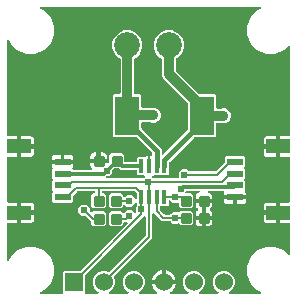
<source format=gbr>
G04 EAGLE Gerber RS-274X export*
G75*
%MOMM*%
%FSLAX34Y34*%
%LPD*%
%AMOC8*
5,1,8,0,0,1.08239X$1,22.5*%
G01*
%ADD10C,0.222250*%
%ADD11R,1.350000X0.600000*%
%ADD12R,2.000000X1.200000*%
%ADD13C,2.184400*%
%ADD14R,2.032000X3.302000*%
%ADD15R,0.400000X1.200000*%
%ADD16R,1.524000X1.524000*%
%ADD17C,1.524000*%
%ADD18C,0.609600*%
%ADD19C,0.203200*%
%ADD20C,0.457200*%
%ADD21C,0.812800*%
%ADD22C,0.914400*%
%ADD23C,0.304800*%

G36*
X51570Y5088D02*
X51570Y5088D01*
X51622Y5087D01*
X51701Y5108D01*
X51782Y5121D01*
X51829Y5143D01*
X51878Y5157D01*
X51948Y5201D01*
X52021Y5236D01*
X52059Y5272D01*
X52103Y5299D01*
X52156Y5362D01*
X52216Y5418D01*
X52241Y5463D01*
X52275Y5502D01*
X52307Y5577D01*
X52348Y5648D01*
X52359Y5699D01*
X52379Y5746D01*
X52388Y5828D01*
X52406Y5908D01*
X52401Y5959D01*
X52407Y6011D01*
X52391Y6091D01*
X52384Y6173D01*
X52365Y6221D01*
X52355Y6271D01*
X52327Y6315D01*
X52285Y6420D01*
X52172Y6559D01*
X52147Y6597D01*
X52101Y6643D01*
X52101Y23357D01*
X53143Y24399D01*
X66578Y24399D01*
X66599Y24402D01*
X66620Y24400D01*
X66730Y24422D01*
X66841Y24439D01*
X66860Y24448D01*
X66881Y24452D01*
X66919Y24476D01*
X67081Y24554D01*
X67163Y24631D01*
X67207Y24659D01*
X106817Y64269D01*
X106847Y64310D01*
X106885Y64346D01*
X106926Y64417D01*
X106974Y64483D01*
X106991Y64532D01*
X107017Y64576D01*
X107035Y64656D01*
X107062Y64734D01*
X107063Y64786D01*
X107075Y64836D01*
X107068Y64918D01*
X107071Y65000D01*
X107057Y65049D01*
X107053Y65101D01*
X107023Y65177D01*
X107001Y65256D01*
X106973Y65300D01*
X106954Y65348D01*
X106902Y65411D01*
X106858Y65480D01*
X106819Y65514D01*
X106786Y65554D01*
X106718Y65599D01*
X106656Y65652D01*
X106608Y65673D01*
X106565Y65701D01*
X106515Y65713D01*
X106411Y65757D01*
X106233Y65775D01*
X106189Y65785D01*
X104394Y65785D01*
X104292Y65770D01*
X104190Y65762D01*
X104162Y65750D01*
X104131Y65745D01*
X104039Y65701D01*
X103943Y65663D01*
X103920Y65643D01*
X103892Y65630D01*
X103817Y65560D01*
X103737Y65495D01*
X103720Y65469D01*
X103698Y65448D01*
X103647Y65359D01*
X103590Y65274D01*
X103584Y65250D01*
X103566Y65218D01*
X103508Y64958D01*
X103511Y64920D01*
X103506Y64897D01*
X103506Y64049D01*
X101813Y62356D01*
X92751Y62356D01*
X91058Y64049D01*
X91058Y73111D01*
X92751Y74804D01*
X101813Y74804D01*
X103063Y73553D01*
X103146Y73492D01*
X103224Y73426D01*
X103252Y73414D01*
X103277Y73396D01*
X103374Y73362D01*
X103469Y73322D01*
X103499Y73318D01*
X103528Y73308D01*
X103631Y73305D01*
X103733Y73294D01*
X103763Y73300D01*
X103794Y73299D01*
X103893Y73326D01*
X103994Y73346D01*
X104014Y73359D01*
X104050Y73369D01*
X104275Y73512D01*
X104299Y73541D01*
X104319Y73553D01*
X106459Y75693D01*
X110457Y75693D01*
X112431Y73719D01*
X112440Y73712D01*
X112444Y73707D01*
X112473Y73688D01*
X112508Y73651D01*
X112579Y73610D01*
X112645Y73561D01*
X112694Y73544D01*
X112738Y73519D01*
X112818Y73501D01*
X112896Y73474D01*
X112948Y73472D01*
X112998Y73461D01*
X113080Y73468D01*
X113162Y73465D01*
X113211Y73478D01*
X113263Y73483D01*
X113339Y73513D01*
X113418Y73535D01*
X113462Y73562D01*
X113510Y73582D01*
X113573Y73633D01*
X113642Y73677D01*
X113676Y73717D01*
X113716Y73749D01*
X113761Y73818D01*
X113814Y73880D01*
X113835Y73927D01*
X113863Y73970D01*
X113875Y74021D01*
X113876Y74023D01*
X113887Y74044D01*
X113891Y74058D01*
X113919Y74124D01*
X113931Y74238D01*
X113945Y74303D01*
X113943Y74328D01*
X113947Y74347D01*
X113947Y78707D01*
X114735Y79495D01*
X114748Y79512D01*
X114764Y79525D01*
X114826Y79619D01*
X114893Y79709D01*
X114900Y79729D01*
X114911Y79746D01*
X114921Y79791D01*
X114980Y79960D01*
X114984Y80073D01*
X114995Y80123D01*
X114995Y81387D01*
X114988Y81438D01*
X114989Y81489D01*
X114968Y81569D01*
X114955Y81650D01*
X114933Y81696D01*
X114919Y81746D01*
X114875Y81815D01*
X114840Y81889D01*
X114805Y81927D01*
X114777Y81970D01*
X114714Y82023D01*
X114658Y82083D01*
X114614Y82109D01*
X114574Y82142D01*
X114499Y82175D01*
X114428Y82215D01*
X114377Y82226D01*
X114330Y82247D01*
X114248Y82255D01*
X114168Y82273D01*
X114117Y82269D01*
X114065Y82274D01*
X113985Y82258D01*
X113903Y82251D01*
X113855Y82232D01*
X113805Y82222D01*
X113761Y82194D01*
X113656Y82152D01*
X113517Y82039D01*
X113479Y82015D01*
X110457Y78993D01*
X106459Y78993D01*
X105022Y80430D01*
X104981Y80461D01*
X104945Y80498D01*
X104874Y80539D01*
X104808Y80588D01*
X104759Y80605D01*
X104715Y80630D01*
X104635Y80648D01*
X104557Y80675D01*
X104505Y80677D01*
X104455Y80688D01*
X104373Y80681D01*
X104291Y80684D01*
X104242Y80671D01*
X104190Y80666D01*
X104114Y80636D01*
X104035Y80614D01*
X103991Y80587D01*
X103943Y80567D01*
X103880Y80516D01*
X103811Y80472D01*
X103777Y80432D01*
X103737Y80400D01*
X103692Y80331D01*
X103639Y80269D01*
X103618Y80222D01*
X103590Y80179D01*
X103578Y80128D01*
X103534Y80025D01*
X103516Y79846D01*
X103506Y79802D01*
X103506Y79289D01*
X101813Y77596D01*
X92751Y77596D01*
X91058Y79289D01*
X91058Y88351D01*
X92751Y90044D01*
X101813Y90044D01*
X103506Y88351D01*
X103506Y87838D01*
X103513Y87787D01*
X103512Y87736D01*
X103533Y87656D01*
X103546Y87575D01*
X103568Y87529D01*
X103582Y87479D01*
X103626Y87410D01*
X103661Y87336D01*
X103696Y87298D01*
X103724Y87255D01*
X103787Y87202D01*
X103843Y87142D01*
X103887Y87116D01*
X103927Y87083D01*
X104002Y87050D01*
X104073Y87010D01*
X104124Y86999D01*
X104171Y86978D01*
X104253Y86970D01*
X104333Y86952D01*
X104384Y86956D01*
X104436Y86951D01*
X104516Y86967D01*
X104598Y86974D01*
X104646Y86993D01*
X104696Y87003D01*
X104740Y87031D01*
X104845Y87073D01*
X104984Y87186D01*
X105022Y87210D01*
X106459Y88647D01*
X110457Y88647D01*
X113479Y85625D01*
X113520Y85594D01*
X113556Y85557D01*
X113627Y85516D01*
X113693Y85467D01*
X113742Y85450D01*
X113786Y85425D01*
X113866Y85407D01*
X113944Y85380D01*
X113996Y85378D01*
X114046Y85367D01*
X114128Y85374D01*
X114210Y85371D01*
X114259Y85384D01*
X114311Y85389D01*
X114387Y85419D01*
X114466Y85441D01*
X114510Y85468D01*
X114558Y85488D01*
X114621Y85539D01*
X114690Y85583D01*
X114724Y85623D01*
X114764Y85655D01*
X114809Y85724D01*
X114862Y85786D01*
X114883Y85833D01*
X114911Y85876D01*
X114923Y85927D01*
X114967Y86030D01*
X114985Y86209D01*
X114995Y86253D01*
X114995Y89726D01*
X114992Y89747D01*
X114994Y89768D01*
X114972Y89878D01*
X114955Y89989D01*
X114946Y90008D01*
X114942Y90029D01*
X114918Y90067D01*
X114840Y90229D01*
X114763Y90311D01*
X114735Y90355D01*
X113403Y91687D01*
X113386Y91700D01*
X113372Y91716D01*
X113279Y91778D01*
X113189Y91845D01*
X113169Y91852D01*
X113151Y91863D01*
X113107Y91873D01*
X112938Y91932D01*
X112825Y91936D01*
X112774Y91947D01*
X86233Y91947D01*
X86131Y91932D01*
X86029Y91924D01*
X86001Y91912D01*
X85970Y91907D01*
X85878Y91863D01*
X85782Y91825D01*
X85759Y91805D01*
X85731Y91792D01*
X85656Y91722D01*
X85576Y91657D01*
X85559Y91631D01*
X85537Y91610D01*
X85486Y91521D01*
X85429Y91436D01*
X85423Y91412D01*
X85405Y91380D01*
X85347Y91120D01*
X85350Y91082D01*
X85345Y91059D01*
X85345Y90932D01*
X85360Y90830D01*
X85368Y90728D01*
X85380Y90700D01*
X85385Y90669D01*
X85429Y90577D01*
X85467Y90481D01*
X85487Y90458D01*
X85500Y90430D01*
X85570Y90355D01*
X85635Y90275D01*
X85661Y90258D01*
X85682Y90236D01*
X85771Y90185D01*
X85856Y90128D01*
X85880Y90122D01*
X85912Y90104D01*
X86172Y90046D01*
X86210Y90049D01*
X86233Y90044D01*
X87081Y90044D01*
X88774Y88351D01*
X88774Y79289D01*
X87081Y77596D01*
X78019Y77596D01*
X76326Y79289D01*
X76326Y88351D01*
X78019Y90044D01*
X78867Y90044D01*
X78969Y90059D01*
X79071Y90067D01*
X79099Y90079D01*
X79130Y90084D01*
X79222Y90128D01*
X79318Y90166D01*
X79341Y90186D01*
X79369Y90199D01*
X79444Y90269D01*
X79524Y90334D01*
X79541Y90360D01*
X79563Y90381D01*
X79614Y90470D01*
X79671Y90555D01*
X79677Y90579D01*
X79695Y90611D01*
X79753Y90871D01*
X79750Y90909D01*
X79755Y90932D01*
X79755Y91059D01*
X79740Y91161D01*
X79732Y91263D01*
X79720Y91291D01*
X79715Y91322D01*
X79671Y91414D01*
X79633Y91510D01*
X79613Y91533D01*
X79600Y91561D01*
X79530Y91636D01*
X79465Y91716D01*
X79439Y91733D01*
X79418Y91755D01*
X79329Y91806D01*
X79244Y91863D01*
X79220Y91869D01*
X79188Y91887D01*
X78928Y91945D01*
X78890Y91942D01*
X78867Y91947D01*
X65280Y91947D01*
X65259Y91944D01*
X65238Y91946D01*
X65128Y91924D01*
X65017Y91907D01*
X64998Y91898D01*
X64977Y91894D01*
X64939Y91870D01*
X64777Y91792D01*
X64695Y91715D01*
X64651Y91687D01*
X60789Y87825D01*
X60776Y87808D01*
X60760Y87794D01*
X60698Y87701D01*
X60631Y87611D01*
X60624Y87591D01*
X60613Y87573D01*
X60603Y87529D01*
X60544Y87360D01*
X60540Y87247D01*
X60529Y87196D01*
X60529Y83117D01*
X59487Y82075D01*
X44513Y82075D01*
X43471Y83117D01*
X43471Y90591D01*
X44106Y91226D01*
X44167Y91309D01*
X44234Y91387D01*
X44246Y91415D01*
X44264Y91440D01*
X44298Y91537D01*
X44338Y91631D01*
X44341Y91662D01*
X44351Y91691D01*
X44355Y91794D01*
X44366Y91896D01*
X44360Y91926D01*
X44361Y91957D01*
X44334Y92056D01*
X44314Y92156D01*
X44301Y92177D01*
X44291Y92213D01*
X44148Y92437D01*
X44119Y92462D01*
X44106Y92482D01*
X43471Y93117D01*
X43471Y100591D01*
X44106Y101226D01*
X44167Y101309D01*
X44234Y101387D01*
X44246Y101415D01*
X44264Y101440D01*
X44298Y101537D01*
X44338Y101631D01*
X44341Y101662D01*
X44351Y101691D01*
X44355Y101794D01*
X44366Y101896D01*
X44360Y101926D01*
X44361Y101957D01*
X44334Y102056D01*
X44314Y102156D01*
X44301Y102177D01*
X44291Y102213D01*
X44148Y102437D01*
X44119Y102462D01*
X44106Y102482D01*
X43471Y103117D01*
X43471Y110591D01*
X43568Y110687D01*
X43629Y110770D01*
X43695Y110848D01*
X43707Y110876D01*
X43725Y110901D01*
X43759Y110998D01*
X43799Y111092D01*
X43803Y111123D01*
X43813Y111152D01*
X43816Y111255D01*
X43827Y111357D01*
X43821Y111387D01*
X43822Y111418D01*
X43795Y111517D01*
X43775Y111618D01*
X43762Y111638D01*
X43752Y111674D01*
X43609Y111899D01*
X43580Y111923D01*
X43568Y111943D01*
X43217Y112294D01*
X42882Y112873D01*
X42709Y113519D01*
X42709Y115355D01*
X51389Y115355D01*
X51490Y115370D01*
X51593Y115378D01*
X51621Y115390D01*
X51652Y115394D01*
X51744Y115439D01*
X51839Y115477D01*
X51863Y115497D01*
X51891Y115510D01*
X51966Y115580D01*
X51997Y115606D01*
X52013Y115586D01*
X52039Y115569D01*
X52060Y115547D01*
X52149Y115496D01*
X52234Y115439D01*
X52258Y115433D01*
X52291Y115415D01*
X52550Y115357D01*
X52588Y115360D01*
X52611Y115355D01*
X61291Y115355D01*
X61291Y113519D01*
X61118Y112873D01*
X60783Y112294D01*
X60432Y111943D01*
X60372Y111861D01*
X60305Y111782D01*
X60293Y111754D01*
X60275Y111729D01*
X60241Y111632D01*
X60201Y111538D01*
X60197Y111507D01*
X60187Y111478D01*
X60184Y111376D01*
X60173Y111274D01*
X60179Y111243D01*
X60178Y111213D01*
X60205Y111114D01*
X60225Y111013D01*
X60238Y110993D01*
X60248Y110956D01*
X60391Y110732D01*
X60420Y110707D01*
X60432Y110687D01*
X60703Y110417D01*
X60719Y110404D01*
X60733Y110388D01*
X60826Y110326D01*
X60917Y110259D01*
X60936Y110252D01*
X60954Y110241D01*
X60998Y110231D01*
X61168Y110172D01*
X61280Y110168D01*
X61331Y110157D01*
X76273Y110157D01*
X76324Y110164D01*
X76375Y110163D01*
X76455Y110184D01*
X76535Y110197D01*
X76582Y110219D01*
X76632Y110233D01*
X76701Y110277D01*
X76775Y110312D01*
X76813Y110348D01*
X76856Y110375D01*
X76909Y110438D01*
X76969Y110494D01*
X76995Y110538D01*
X77028Y110578D01*
X77060Y110653D01*
X77101Y110724D01*
X77112Y110775D01*
X77133Y110822D01*
X77141Y110904D01*
X77159Y110984D01*
X77155Y111035D01*
X77160Y111087D01*
X77144Y111167D01*
X77137Y111249D01*
X77118Y111297D01*
X77108Y111347D01*
X77080Y111391D01*
X77038Y111496D01*
X76925Y111635D01*
X76901Y111673D01*
X76294Y112280D01*
X75813Y113113D01*
X75564Y114041D01*
X75564Y116079D01*
X81661Y116079D01*
X81762Y116094D01*
X81865Y116103D01*
X81893Y116114D01*
X81924Y116119D01*
X82016Y116163D01*
X82111Y116202D01*
X82135Y116221D01*
X82163Y116234D01*
X82238Y116304D01*
X82318Y116369D01*
X82335Y116395D01*
X82357Y116416D01*
X82408Y116505D01*
X82465Y116590D01*
X82470Y116614D01*
X82489Y116646D01*
X82547Y116906D01*
X82545Y116930D01*
X82547Y116939D01*
X82546Y116953D01*
X82549Y116967D01*
X82549Y117857D01*
X82551Y117857D01*
X82551Y116967D01*
X82566Y116866D01*
X82575Y116763D01*
X82586Y116735D01*
X82591Y116704D01*
X82635Y116612D01*
X82674Y116517D01*
X82693Y116493D01*
X82706Y116465D01*
X82776Y116390D01*
X82841Y116310D01*
X82867Y116293D01*
X82888Y116271D01*
X82977Y116220D01*
X83062Y116163D01*
X83086Y116157D01*
X83119Y116139D01*
X83378Y116081D01*
X83416Y116084D01*
X83439Y116079D01*
X89606Y116079D01*
X89612Y116058D01*
X89656Y115989D01*
X89691Y115915D01*
X89727Y115877D01*
X89754Y115833D01*
X89817Y115780D01*
X89873Y115720D01*
X89917Y115695D01*
X89957Y115661D01*
X90032Y115629D01*
X90103Y115589D01*
X90154Y115577D01*
X90201Y115557D01*
X90283Y115549D01*
X90363Y115531D01*
X90414Y115535D01*
X90466Y115530D01*
X90546Y115546D01*
X90628Y115552D01*
X90676Y115572D01*
X90726Y115582D01*
X90770Y115609D01*
X90875Y115651D01*
X91014Y115764D01*
X91052Y115789D01*
X91306Y116043D01*
X91319Y116060D01*
X91335Y116073D01*
X91397Y116167D01*
X91464Y116257D01*
X91471Y116277D01*
X91482Y116294D01*
X91492Y116339D01*
X91551Y116508D01*
X91555Y116621D01*
X91566Y116671D01*
X91566Y122387D01*
X93259Y124080D01*
X102321Y124080D01*
X104014Y122387D01*
X104014Y117267D01*
X104029Y117165D01*
X104037Y117063D01*
X104049Y117035D01*
X104054Y117004D01*
X104098Y116912D01*
X104136Y116816D01*
X104156Y116793D01*
X104169Y116765D01*
X104239Y116690D01*
X104304Y116610D01*
X104330Y116593D01*
X104351Y116571D01*
X104440Y116520D01*
X104525Y116463D01*
X104549Y116457D01*
X104581Y116439D01*
X104841Y116381D01*
X104879Y116384D01*
X104902Y116379D01*
X114107Y116379D01*
X114209Y116394D01*
X114311Y116402D01*
X114339Y116414D01*
X114370Y116419D01*
X114462Y116463D01*
X114558Y116501D01*
X114581Y116521D01*
X114609Y116534D01*
X114684Y116604D01*
X114764Y116669D01*
X114781Y116695D01*
X114803Y116716D01*
X114854Y116805D01*
X114911Y116890D01*
X114917Y116914D01*
X114935Y116946D01*
X114993Y117206D01*
X114990Y117244D01*
X114995Y117267D01*
X114995Y119813D01*
X116037Y120855D01*
X121092Y120855D01*
X121113Y120858D01*
X121134Y120856D01*
X121244Y120878D01*
X121355Y120895D01*
X121373Y120904D01*
X121394Y120908D01*
X121433Y120932D01*
X121594Y121010D01*
X121676Y121087D01*
X121678Y121088D01*
X122293Y121444D01*
X122939Y121617D01*
X124275Y121617D01*
X124275Y113187D01*
X124290Y113086D01*
X124298Y112983D01*
X124310Y112955D01*
X124314Y112924D01*
X124359Y112832D01*
X124397Y112737D01*
X124417Y112713D01*
X124430Y112685D01*
X124500Y112610D01*
X124565Y112530D01*
X124591Y112513D01*
X124612Y112491D01*
X124701Y112440D01*
X124786Y112383D01*
X124810Y112378D01*
X124842Y112359D01*
X125102Y112301D01*
X125140Y112304D01*
X125163Y112299D01*
X125385Y112299D01*
X125487Y112314D01*
X125589Y112323D01*
X125617Y112334D01*
X125648Y112339D01*
X125740Y112383D01*
X125836Y112422D01*
X125859Y112441D01*
X125887Y112454D01*
X125962Y112525D01*
X126042Y112589D01*
X126059Y112615D01*
X126081Y112636D01*
X126132Y112725D01*
X126189Y112810D01*
X126195Y112834D01*
X126213Y112867D01*
X126271Y113126D01*
X126268Y113164D01*
X126273Y113187D01*
X126273Y121617D01*
X126821Y121617D01*
X126923Y121632D01*
X127025Y121640D01*
X127053Y121652D01*
X127084Y121657D01*
X127176Y121701D01*
X127272Y121739D01*
X127295Y121759D01*
X127323Y121772D01*
X127398Y121842D01*
X127478Y121907D01*
X127495Y121933D01*
X127517Y121954D01*
X127568Y122043D01*
X127625Y122128D01*
X127631Y122152D01*
X127649Y122184D01*
X127707Y122444D01*
X127704Y122482D01*
X127709Y122505D01*
X127709Y124238D01*
X127706Y124259D01*
X127708Y124280D01*
X127686Y124390D01*
X127669Y124501D01*
X127660Y124520D01*
X127656Y124541D01*
X127632Y124579D01*
X127554Y124741D01*
X127477Y124823D01*
X127449Y124866D01*
X114910Y137405D01*
X114894Y137418D01*
X114880Y137434D01*
X114787Y137496D01*
X114697Y137563D01*
X114677Y137570D01*
X114659Y137581D01*
X114615Y137591D01*
X114445Y137650D01*
X114333Y137654D01*
X114282Y137665D01*
X96007Y137665D01*
X94965Y138707D01*
X94965Y173201D01*
X96007Y174243D01*
X100269Y174243D01*
X100371Y174258D01*
X100473Y174266D01*
X100501Y174278D01*
X100532Y174283D01*
X100624Y174327D01*
X100720Y174365D01*
X100743Y174385D01*
X100771Y174398D01*
X100846Y174468D01*
X100926Y174533D01*
X100943Y174559D01*
X100965Y174580D01*
X101016Y174669D01*
X101073Y174754D01*
X101079Y174778D01*
X101097Y174810D01*
X101155Y175070D01*
X101152Y175108D01*
X101157Y175131D01*
X101157Y203579D01*
X101148Y203641D01*
X101149Y203703D01*
X101128Y203772D01*
X101117Y203842D01*
X101091Y203898D01*
X101073Y203958D01*
X101033Y204017D01*
X101002Y204082D01*
X100959Y204127D01*
X100925Y204178D01*
X100886Y204206D01*
X100820Y204276D01*
X100635Y204382D01*
X100609Y204400D01*
X99806Y204733D01*
X96233Y208306D01*
X94299Y212974D01*
X94299Y218026D01*
X96233Y222694D01*
X99806Y226267D01*
X104474Y228201D01*
X109526Y228201D01*
X114194Y226267D01*
X117767Y222694D01*
X119701Y218026D01*
X119701Y212974D01*
X117767Y208306D01*
X114194Y204733D01*
X113391Y204400D01*
X113338Y204368D01*
X113280Y204345D01*
X113225Y204300D01*
X113163Y204263D01*
X113122Y204217D01*
X113074Y204177D01*
X113034Y204118D01*
X112987Y204064D01*
X112961Y204008D01*
X112927Y203956D01*
X112916Y203909D01*
X112877Y203822D01*
X112850Y203610D01*
X112843Y203579D01*
X112843Y175131D01*
X112858Y175029D01*
X112866Y174927D01*
X112878Y174899D01*
X112883Y174868D01*
X112927Y174776D01*
X112965Y174680D01*
X112985Y174657D01*
X112998Y174629D01*
X113068Y174554D01*
X113133Y174474D01*
X113159Y174457D01*
X113180Y174435D01*
X113269Y174384D01*
X113354Y174327D01*
X113378Y174321D01*
X113410Y174303D01*
X113670Y174245D01*
X113708Y174248D01*
X113731Y174243D01*
X117801Y174243D01*
X118843Y173201D01*
X118843Y163195D01*
X118858Y163093D01*
X118866Y162991D01*
X118878Y162963D01*
X118883Y162932D01*
X118927Y162840D01*
X118965Y162744D01*
X118985Y162721D01*
X118998Y162693D01*
X119068Y162618D01*
X119133Y162538D01*
X119159Y162521D01*
X119180Y162499D01*
X119269Y162448D01*
X119354Y162391D01*
X119378Y162385D01*
X119410Y162367D01*
X119670Y162309D01*
X119708Y162312D01*
X119731Y162307D01*
X126366Y162307D01*
X126628Y162347D01*
X126675Y162369D01*
X126706Y162374D01*
X127769Y162815D01*
X130295Y162815D01*
X132629Y161848D01*
X134416Y160061D01*
X135383Y157727D01*
X135383Y155201D01*
X134416Y152867D01*
X132629Y151080D01*
X130295Y150113D01*
X127769Y150113D01*
X126706Y150554D01*
X126448Y150617D01*
X126396Y150615D01*
X126366Y150621D01*
X119731Y150621D01*
X119629Y150606D01*
X119527Y150598D01*
X119499Y150586D01*
X119468Y150581D01*
X119376Y150537D01*
X119280Y150499D01*
X119257Y150479D01*
X119229Y150466D01*
X119154Y150396D01*
X119074Y150331D01*
X119057Y150305D01*
X119035Y150284D01*
X118984Y150195D01*
X118927Y150110D01*
X118921Y150086D01*
X118903Y150054D01*
X118845Y149794D01*
X118848Y149756D01*
X118843Y149733D01*
X118843Y145338D01*
X118846Y145317D01*
X118844Y145296D01*
X118866Y145186D01*
X118883Y145075D01*
X118892Y145056D01*
X118896Y145035D01*
X118920Y144997D01*
X118998Y144835D01*
X119075Y144753D01*
X119103Y144710D01*
X135839Y127974D01*
X135839Y123920D01*
X135846Y123869D01*
X135845Y123817D01*
X135866Y123738D01*
X135879Y123657D01*
X135901Y123610D01*
X135915Y123560D01*
X135959Y123491D01*
X135994Y123417D01*
X136029Y123380D01*
X136057Y123336D01*
X136120Y123283D01*
X136176Y123223D01*
X136220Y123197D01*
X136260Y123164D01*
X136335Y123132D01*
X136406Y123091D01*
X136457Y123080D01*
X136504Y123060D01*
X136586Y123051D01*
X136666Y123033D01*
X136717Y123038D01*
X136769Y123032D01*
X136849Y123048D01*
X136931Y123055D01*
X136979Y123074D01*
X137029Y123084D01*
X137073Y123112D01*
X137178Y123154D01*
X137317Y123267D01*
X137355Y123291D01*
X158205Y144142D01*
X158218Y144158D01*
X158234Y144172D01*
X158296Y144265D01*
X158363Y144355D01*
X158370Y144375D01*
X158381Y144393D01*
X158391Y144437D01*
X158450Y144607D01*
X158454Y144719D01*
X158465Y144770D01*
X158465Y166406D01*
X158462Y166427D01*
X158464Y166448D01*
X158442Y166558D01*
X158425Y166669D01*
X158416Y166688D01*
X158412Y166708D01*
X158388Y166747D01*
X158310Y166908D01*
X158233Y166990D01*
X158205Y167034D01*
X137047Y188192D01*
X136157Y190340D01*
X136157Y203579D01*
X136148Y203641D01*
X136149Y203703D01*
X136128Y203772D01*
X136117Y203842D01*
X136091Y203898D01*
X136073Y203958D01*
X136033Y204017D01*
X136002Y204082D01*
X135959Y204127D01*
X135925Y204178D01*
X135886Y204206D01*
X135820Y204276D01*
X135635Y204382D01*
X135609Y204400D01*
X134806Y204733D01*
X131233Y208306D01*
X129299Y212974D01*
X129299Y218026D01*
X131233Y222694D01*
X134806Y226267D01*
X139474Y228201D01*
X144526Y228201D01*
X149194Y226267D01*
X152767Y222694D01*
X154701Y218026D01*
X154701Y212974D01*
X152767Y208306D01*
X149194Y204733D01*
X148391Y204400D01*
X148338Y204368D01*
X148280Y204345D01*
X148225Y204300D01*
X148163Y204263D01*
X148122Y204217D01*
X148074Y204177D01*
X148034Y204118D01*
X147987Y204064D01*
X147961Y204008D01*
X147927Y203956D01*
X147916Y203909D01*
X147877Y203822D01*
X147850Y203610D01*
X147843Y203579D01*
X147843Y194290D01*
X147846Y194269D01*
X147844Y194248D01*
X147866Y194138D01*
X147883Y194027D01*
X147892Y194008D01*
X147896Y193988D01*
X147920Y193949D01*
X147970Y193847D01*
X147978Y193827D01*
X147982Y193823D01*
X147998Y193788D01*
X148075Y193706D01*
X148103Y193662D01*
X167262Y174503D01*
X167279Y174490D01*
X167292Y174474D01*
X167386Y174412D01*
X167476Y174345D01*
X167496Y174338D01*
X167513Y174327D01*
X167558Y174317D01*
X167727Y174258D01*
X167840Y174254D01*
X167890Y174243D01*
X181301Y174243D01*
X182343Y173201D01*
X182343Y162685D01*
X182358Y162583D01*
X182366Y162481D01*
X182378Y162453D01*
X182383Y162422D01*
X182427Y162330D01*
X182465Y162234D01*
X182485Y162211D01*
X182498Y162183D01*
X182568Y162108D01*
X182633Y162028D01*
X182659Y162011D01*
X182680Y161989D01*
X182769Y161938D01*
X182854Y161881D01*
X182878Y161875D01*
X182910Y161857D01*
X183170Y161799D01*
X183208Y161802D01*
X183231Y161797D01*
X186156Y161797D01*
X186419Y161837D01*
X186465Y161859D01*
X186496Y161864D01*
X186951Y162053D01*
X189477Y162053D01*
X191811Y161086D01*
X193598Y159299D01*
X194565Y156965D01*
X194565Y154439D01*
X193598Y152105D01*
X191811Y150318D01*
X189477Y149351D01*
X186951Y149351D01*
X185279Y150044D01*
X185021Y150107D01*
X184970Y150105D01*
X184939Y150111D01*
X183231Y150111D01*
X183129Y150096D01*
X183027Y150088D01*
X182999Y150076D01*
X182968Y150071D01*
X182876Y150027D01*
X182780Y149989D01*
X182757Y149969D01*
X182729Y149956D01*
X182654Y149886D01*
X182574Y149821D01*
X182557Y149795D01*
X182535Y149774D01*
X182484Y149685D01*
X182427Y149600D01*
X182421Y149576D01*
X182403Y149544D01*
X182345Y149284D01*
X182348Y149246D01*
X182343Y149223D01*
X182343Y138707D01*
X181301Y137665D01*
X163594Y137665D01*
X163573Y137662D01*
X163552Y137664D01*
X163442Y137642D01*
X163331Y137625D01*
X163312Y137616D01*
X163291Y137612D01*
X163253Y137588D01*
X163091Y137510D01*
X163009Y137433D01*
X162966Y137405D01*
X142599Y117038D01*
X142586Y117022D01*
X142570Y117008D01*
X142508Y116915D01*
X142441Y116825D01*
X142434Y116805D01*
X142423Y116787D01*
X142413Y116743D01*
X142354Y116573D01*
X142350Y116461D01*
X142339Y116410D01*
X142339Y111392D01*
X142313Y111367D01*
X142300Y111350D01*
X142284Y111336D01*
X142222Y111243D01*
X142155Y111153D01*
X142148Y111133D01*
X142137Y111115D01*
X142127Y111071D01*
X142068Y110902D01*
X142064Y110789D01*
X142053Y110738D01*
X142053Y106339D01*
X141011Y105297D01*
X135506Y105297D01*
X135491Y105310D01*
X135463Y105322D01*
X135438Y105340D01*
X135342Y105374D01*
X135247Y105414D01*
X135216Y105417D01*
X135187Y105427D01*
X135085Y105431D01*
X134982Y105442D01*
X134952Y105436D01*
X134922Y105437D01*
X134823Y105410D01*
X134722Y105390D01*
X134702Y105377D01*
X134665Y105367D01*
X134556Y105297D01*
X129456Y105297D01*
X129435Y105294D01*
X129414Y105296D01*
X129304Y105274D01*
X129193Y105257D01*
X129175Y105248D01*
X129154Y105244D01*
X129115Y105220D01*
X128954Y105142D01*
X128872Y105065D01*
X128871Y105064D01*
X128403Y104794D01*
X128336Y104741D01*
X128264Y104695D01*
X128233Y104658D01*
X128195Y104628D01*
X128147Y104558D01*
X128092Y104492D01*
X128073Y104448D01*
X128046Y104408D01*
X128021Y104326D01*
X127987Y104248D01*
X127982Y104200D01*
X127968Y104154D01*
X127969Y104069D01*
X127960Y103983D01*
X127969Y103936D01*
X127970Y103888D01*
X127995Y103807D01*
X128012Y103723D01*
X128031Y103693D01*
X128049Y103635D01*
X128200Y103416D01*
X128213Y103406D01*
X128219Y103397D01*
X128485Y103131D01*
X128502Y103118D01*
X128515Y103102D01*
X128609Y103040D01*
X128699Y102973D01*
X128719Y102966D01*
X128736Y102955D01*
X128781Y102945D01*
X128950Y102886D01*
X129063Y102882D01*
X129113Y102871D01*
X149479Y102871D01*
X149581Y102886D01*
X149683Y102894D01*
X149711Y102906D01*
X149742Y102911D01*
X149834Y102955D01*
X149930Y102993D01*
X149953Y103013D01*
X149981Y103026D01*
X150056Y103096D01*
X150136Y103161D01*
X150153Y103187D01*
X150175Y103208D01*
X150226Y103297D01*
X150283Y103382D01*
X150289Y103406D01*
X150307Y103438D01*
X150365Y103698D01*
X150362Y103736D01*
X150367Y103759D01*
X150367Y107917D01*
X153195Y110745D01*
X157193Y110745D01*
X158965Y108973D01*
X158982Y108960D01*
X158995Y108944D01*
X159089Y108882D01*
X159179Y108815D01*
X159199Y108808D01*
X159216Y108797D01*
X159261Y108787D01*
X159430Y108728D01*
X159543Y108724D01*
X159593Y108713D01*
X181100Y108713D01*
X181121Y108716D01*
X181142Y108714D01*
X181252Y108736D01*
X181363Y108753D01*
X181382Y108762D01*
X181403Y108766D01*
X181441Y108790D01*
X181603Y108868D01*
X181685Y108945D01*
X181729Y108973D01*
X189211Y116455D01*
X189224Y116472D01*
X189240Y116486D01*
X189302Y116579D01*
X189369Y116669D01*
X189376Y116689D01*
X189387Y116707D01*
X189397Y116751D01*
X189456Y116920D01*
X189460Y117033D01*
X189471Y117084D01*
X189471Y120591D01*
X190513Y121633D01*
X205487Y121633D01*
X206529Y120591D01*
X206529Y113117D01*
X205894Y112482D01*
X205833Y112399D01*
X205766Y112321D01*
X205754Y112293D01*
X205736Y112268D01*
X205702Y112171D01*
X205662Y112077D01*
X205659Y112046D01*
X205649Y112017D01*
X205645Y111914D01*
X205634Y111812D01*
X205640Y111782D01*
X205639Y111751D01*
X205666Y111652D01*
X205686Y111552D01*
X205699Y111531D01*
X205709Y111495D01*
X205852Y111271D01*
X205881Y111246D01*
X205894Y111226D01*
X206529Y110591D01*
X206529Y103117D01*
X205894Y102482D01*
X205833Y102399D01*
X205766Y102321D01*
X205754Y102293D01*
X205736Y102268D01*
X205702Y102171D01*
X205662Y102077D01*
X205659Y102046D01*
X205649Y102017D01*
X205645Y101914D01*
X205634Y101812D01*
X205640Y101782D01*
X205639Y101751D01*
X205666Y101652D01*
X205686Y101552D01*
X205699Y101531D01*
X205709Y101495D01*
X205852Y101271D01*
X205881Y101246D01*
X205894Y101226D01*
X206529Y100591D01*
X206529Y93117D01*
X206432Y93021D01*
X206372Y92938D01*
X206305Y92860D01*
X206293Y92832D01*
X206275Y92807D01*
X206241Y92710D01*
X206201Y92616D01*
X206197Y92585D01*
X206187Y92556D01*
X206184Y92453D01*
X206173Y92351D01*
X206179Y92321D01*
X206178Y92290D01*
X206205Y92191D01*
X206225Y92090D01*
X206238Y92070D01*
X206248Y92034D01*
X206391Y91809D01*
X206420Y91785D01*
X206432Y91765D01*
X206783Y91414D01*
X207118Y90835D01*
X207291Y90189D01*
X207291Y88353D01*
X198611Y88353D01*
X198510Y88338D01*
X198407Y88330D01*
X198379Y88318D01*
X198348Y88313D01*
X198256Y88269D01*
X198161Y88231D01*
X198137Y88211D01*
X198109Y88198D01*
X198034Y88128D01*
X198003Y88102D01*
X197987Y88122D01*
X197961Y88139D01*
X197940Y88161D01*
X197851Y88212D01*
X197766Y88269D01*
X197742Y88275D01*
X197709Y88293D01*
X197450Y88351D01*
X197412Y88348D01*
X197389Y88353D01*
X188709Y88353D01*
X188709Y90189D01*
X188882Y90835D01*
X189049Y91123D01*
X189074Y91187D01*
X189108Y91246D01*
X189122Y91310D01*
X189146Y91370D01*
X189151Y91439D01*
X189166Y91506D01*
X189160Y91571D01*
X189165Y91635D01*
X189150Y91702D01*
X189144Y91771D01*
X189120Y91831D01*
X189105Y91894D01*
X189071Y91954D01*
X189045Y92018D01*
X189004Y92068D01*
X188971Y92124D01*
X188921Y92170D01*
X188878Y92224D01*
X188823Y92260D01*
X188776Y92304D01*
X188714Y92333D01*
X188656Y92371D01*
X188612Y92381D01*
X188535Y92418D01*
X188293Y92452D01*
X188280Y92455D01*
X176109Y92455D01*
X176092Y92453D01*
X176075Y92455D01*
X175961Y92433D01*
X175846Y92415D01*
X175831Y92408D01*
X175814Y92405D01*
X175712Y92350D01*
X175607Y92300D01*
X175594Y92288D01*
X175579Y92280D01*
X175498Y92198D01*
X175413Y92118D01*
X175404Y92103D01*
X175392Y92091D01*
X175338Y91988D01*
X175281Y91888D01*
X175277Y91871D01*
X175269Y91855D01*
X175248Y91741D01*
X175223Y91628D01*
X175225Y91611D01*
X175221Y91594D01*
X175235Y91479D01*
X175245Y91363D01*
X175251Y91347D01*
X175253Y91330D01*
X175301Y91224D01*
X175344Y91116D01*
X175355Y91103D01*
X175362Y91087D01*
X175438Y91000D01*
X175511Y90910D01*
X175526Y90901D01*
X175537Y90888D01*
X175574Y90868D01*
X175732Y90763D01*
X175809Y90746D01*
X175879Y90709D01*
X176447Y90557D01*
X177280Y90076D01*
X177960Y89396D01*
X178441Y88563D01*
X178690Y87635D01*
X178690Y85597D01*
X172593Y85597D01*
X172492Y85582D01*
X172389Y85573D01*
X172361Y85562D01*
X172330Y85557D01*
X172238Y85513D01*
X172143Y85474D01*
X172119Y85455D01*
X172091Y85442D01*
X172016Y85372D01*
X171936Y85307D01*
X171919Y85281D01*
X171897Y85260D01*
X171846Y85171D01*
X171789Y85086D01*
X171784Y85062D01*
X171765Y85029D01*
X171707Y84770D01*
X171710Y84732D01*
X171705Y84709D01*
X171705Y83819D01*
X171703Y83819D01*
X171703Y84709D01*
X171688Y84810D01*
X171679Y84913D01*
X171668Y84941D01*
X171663Y84972D01*
X171619Y85064D01*
X171580Y85159D01*
X171561Y85183D01*
X171548Y85211D01*
X171478Y85286D01*
X171413Y85366D01*
X171387Y85383D01*
X171366Y85405D01*
X171277Y85456D01*
X171192Y85513D01*
X171168Y85518D01*
X171135Y85537D01*
X170876Y85595D01*
X170838Y85592D01*
X170815Y85597D01*
X164718Y85597D01*
X164718Y87635D01*
X164967Y88563D01*
X165448Y89396D01*
X166128Y90076D01*
X166961Y90557D01*
X167529Y90709D01*
X167545Y90716D01*
X167562Y90719D01*
X167666Y90769D01*
X167772Y90815D01*
X167785Y90827D01*
X167801Y90834D01*
X167886Y90914D01*
X167973Y90989D01*
X167982Y91004D01*
X167995Y91016D01*
X168053Y91116D01*
X168114Y91215D01*
X168119Y91231D01*
X168127Y91246D01*
X168152Y91360D01*
X168182Y91472D01*
X168181Y91489D01*
X168185Y91506D01*
X168175Y91621D01*
X168171Y91737D01*
X168165Y91754D01*
X168163Y91771D01*
X168120Y91878D01*
X168081Y91988D01*
X168071Y92001D01*
X168064Y92018D01*
X167991Y92108D01*
X167922Y92200D01*
X167908Y92210D01*
X167897Y92224D01*
X167800Y92288D01*
X167706Y92356D01*
X167690Y92362D01*
X167676Y92371D01*
X167635Y92380D01*
X167455Y92441D01*
X167376Y92438D01*
X167299Y92455D01*
X157561Y92455D01*
X157541Y92452D01*
X157520Y92454D01*
X157409Y92432D01*
X157298Y92415D01*
X157280Y92406D01*
X157259Y92402D01*
X157220Y92378D01*
X157059Y92300D01*
X156977Y92223D01*
X156933Y92195D01*
X156298Y91560D01*
X156268Y91519D01*
X156230Y91483D01*
X156189Y91412D01*
X156140Y91346D01*
X156123Y91297D01*
X156098Y91253D01*
X156080Y91173D01*
X156053Y91095D01*
X156051Y91043D01*
X156040Y90993D01*
X156047Y90911D01*
X156044Y90829D01*
X156057Y90780D01*
X156062Y90728D01*
X156092Y90652D01*
X156114Y90573D01*
X156141Y90529D01*
X156161Y90481D01*
X156212Y90418D01*
X156256Y90349D01*
X156296Y90315D01*
X156328Y90275D01*
X156397Y90230D01*
X156459Y90177D01*
X156506Y90156D01*
X156549Y90128D01*
X156600Y90116D01*
X156703Y90072D01*
X156882Y90054D01*
X156926Y90044D01*
X160995Y90044D01*
X162688Y88351D01*
X162688Y79289D01*
X160995Y77596D01*
X151933Y77596D01*
X150240Y79289D01*
X150240Y81361D01*
X150225Y81463D01*
X150217Y81565D01*
X150205Y81593D01*
X150200Y81624D01*
X150156Y81716D01*
X150118Y81812D01*
X150098Y81835D01*
X150085Y81863D01*
X150015Y81938D01*
X149950Y82018D01*
X149924Y82035D01*
X149903Y82057D01*
X149814Y82108D01*
X149729Y82165D01*
X149705Y82171D01*
X149673Y82189D01*
X149413Y82247D01*
X149375Y82244D01*
X149352Y82249D01*
X145321Y82249D01*
X143569Y84001D01*
X143528Y84032D01*
X143492Y84069D01*
X143421Y84110D01*
X143355Y84159D01*
X143306Y84176D01*
X143262Y84201D01*
X143182Y84219D01*
X143104Y84246D01*
X143052Y84248D01*
X143002Y84259D01*
X142920Y84252D01*
X142838Y84255D01*
X142789Y84242D01*
X142737Y84237D01*
X142661Y84207D01*
X142582Y84185D01*
X142538Y84158D01*
X142490Y84138D01*
X142427Y84087D01*
X142358Y84043D01*
X142324Y84003D01*
X142284Y83971D01*
X142239Y83902D01*
X142186Y83840D01*
X142165Y83793D01*
X142137Y83750D01*
X142125Y83699D01*
X142081Y83596D01*
X142063Y83417D01*
X142053Y83373D01*
X142053Y80339D01*
X141011Y79297D01*
X135457Y79297D01*
X135355Y79282D01*
X135253Y79274D01*
X135225Y79262D01*
X135194Y79257D01*
X135102Y79213D01*
X135006Y79175D01*
X134983Y79155D01*
X134955Y79142D01*
X134880Y79072D01*
X134800Y79007D01*
X134783Y78981D01*
X134761Y78960D01*
X134710Y78871D01*
X134653Y78786D01*
X134647Y78762D01*
X134629Y78730D01*
X134571Y78470D01*
X134574Y78432D01*
X134569Y78409D01*
X134569Y76508D01*
X134572Y76487D01*
X134570Y76466D01*
X134592Y76356D01*
X134609Y76245D01*
X134618Y76226D01*
X134622Y76205D01*
X134646Y76167D01*
X134724Y76005D01*
X134801Y75923D01*
X134829Y75879D01*
X138311Y72397D01*
X138328Y72384D01*
X138342Y72368D01*
X138435Y72306D01*
X138525Y72239D01*
X138545Y72232D01*
X138563Y72221D01*
X138607Y72211D01*
X138776Y72152D01*
X138889Y72148D01*
X138940Y72137D01*
X142921Y72137D01*
X142941Y72140D01*
X142962Y72138D01*
X143073Y72160D01*
X143184Y72177D01*
X143202Y72186D01*
X143223Y72190D01*
X143262Y72214D01*
X143423Y72292D01*
X143505Y72369D01*
X143549Y72397D01*
X145321Y74169D01*
X149326Y74169D01*
X149382Y74128D01*
X149461Y74061D01*
X149489Y74049D01*
X149514Y74031D01*
X149611Y73997D01*
X149705Y73957D01*
X149736Y73953D01*
X149765Y73943D01*
X149867Y73940D01*
X149969Y73929D01*
X150000Y73935D01*
X150030Y73934D01*
X150129Y73961D01*
X150230Y73981D01*
X150250Y73994D01*
X150287Y74004D01*
X150511Y74147D01*
X150536Y74176D01*
X150556Y74188D01*
X151933Y75566D01*
X160995Y75566D01*
X162688Y73873D01*
X162688Y64811D01*
X160995Y63118D01*
X151933Y63118D01*
X150556Y64496D01*
X150473Y64557D01*
X150395Y64623D01*
X150367Y64635D01*
X150342Y64653D01*
X150245Y64687D01*
X150150Y64727D01*
X150120Y64731D01*
X150091Y64741D01*
X149988Y64744D01*
X149886Y64755D01*
X149856Y64749D01*
X149825Y64750D01*
X149726Y64723D01*
X149625Y64703D01*
X149605Y64690D01*
X149569Y64680D01*
X149344Y64537D01*
X149326Y64515D01*
X145321Y64515D01*
X143549Y66287D01*
X143532Y66300D01*
X143519Y66316D01*
X143425Y66378D01*
X143335Y66445D01*
X143315Y66452D01*
X143298Y66463D01*
X143253Y66473D01*
X143084Y66532D01*
X142971Y66536D01*
X142921Y66547D01*
X136256Y66547D01*
X129585Y73219D01*
X129569Y73230D01*
X129558Y73245D01*
X129532Y73262D01*
X129508Y73287D01*
X129437Y73328D01*
X129371Y73376D01*
X129348Y73384D01*
X129337Y73392D01*
X129317Y73397D01*
X129278Y73419D01*
X129198Y73437D01*
X129120Y73464D01*
X129068Y73465D01*
X129018Y73477D01*
X128973Y73473D01*
X128960Y73476D01*
X128957Y73476D01*
X128921Y73471D01*
X128854Y73473D01*
X128805Y73459D01*
X128753Y73455D01*
X128713Y73439D01*
X128694Y73436D01*
X128661Y73420D01*
X128598Y73403D01*
X128554Y73375D01*
X128506Y73356D01*
X128474Y73330D01*
X128455Y73320D01*
X128426Y73294D01*
X128374Y73260D01*
X128340Y73221D01*
X128300Y73188D01*
X128278Y73155D01*
X128261Y73139D01*
X128240Y73103D01*
X128202Y73058D01*
X128181Y73010D01*
X128153Y72967D01*
X128146Y72939D01*
X128129Y72908D01*
X128119Y72864D01*
X128097Y72813D01*
X128088Y72726D01*
X128071Y72649D01*
X128074Y72613D01*
X128069Y72591D01*
X128069Y52216D01*
X95671Y19818D01*
X95634Y19768D01*
X95590Y19725D01*
X95556Y19662D01*
X95513Y19604D01*
X95493Y19546D01*
X95463Y19491D01*
X95449Y19421D01*
X95426Y19353D01*
X95424Y19291D01*
X95412Y19231D01*
X95420Y19183D01*
X95417Y19088D01*
X95473Y18881D01*
X95478Y18850D01*
X96299Y16870D01*
X96299Y13130D01*
X94868Y9676D01*
X92224Y7032D01*
X91638Y6790D01*
X91559Y6742D01*
X91476Y6702D01*
X91446Y6674D01*
X91411Y6652D01*
X91349Y6583D01*
X91282Y6520D01*
X91261Y6485D01*
X91234Y6454D01*
X91196Y6370D01*
X91150Y6290D01*
X91141Y6249D01*
X91124Y6212D01*
X91112Y6120D01*
X91092Y6030D01*
X91096Y5989D01*
X91090Y5948D01*
X91106Y5857D01*
X91114Y5765D01*
X91129Y5727D01*
X91136Y5686D01*
X91178Y5604D01*
X91213Y5518D01*
X91239Y5486D01*
X91258Y5450D01*
X91322Y5384D01*
X91380Y5312D01*
X91415Y5289D01*
X91443Y5260D01*
X91525Y5216D01*
X91602Y5165D01*
X91632Y5158D01*
X91677Y5133D01*
X91938Y5082D01*
X91958Y5085D01*
X91978Y5081D01*
X107222Y5081D01*
X107313Y5095D01*
X107405Y5100D01*
X107444Y5114D01*
X107484Y5121D01*
X107567Y5161D01*
X107654Y5193D01*
X107687Y5218D01*
X107724Y5236D01*
X107791Y5299D01*
X107864Y5356D01*
X107888Y5389D01*
X107918Y5418D01*
X107964Y5498D01*
X108017Y5573D01*
X108030Y5613D01*
X108050Y5648D01*
X108070Y5739D01*
X108098Y5826D01*
X108099Y5868D01*
X108108Y5908D01*
X108100Y6000D01*
X108101Y6092D01*
X108090Y6132D01*
X108086Y6173D01*
X108052Y6258D01*
X108025Y6347D01*
X108003Y6381D01*
X107987Y6420D01*
X107929Y6491D01*
X107878Y6568D01*
X107852Y6586D01*
X107820Y6626D01*
X107598Y6773D01*
X107578Y6778D01*
X107562Y6790D01*
X106976Y7032D01*
X104332Y9676D01*
X102901Y13130D01*
X102901Y16870D01*
X104332Y20324D01*
X106976Y22968D01*
X110430Y24399D01*
X114170Y24399D01*
X117624Y22968D01*
X120268Y20324D01*
X121699Y16870D01*
X121699Y13130D01*
X120268Y9676D01*
X117624Y7032D01*
X117038Y6790D01*
X116959Y6742D01*
X116876Y6702D01*
X116846Y6674D01*
X116811Y6652D01*
X116749Y6583D01*
X116682Y6520D01*
X116661Y6485D01*
X116634Y6454D01*
X116596Y6370D01*
X116550Y6290D01*
X116541Y6249D01*
X116524Y6212D01*
X116512Y6120D01*
X116492Y6030D01*
X116496Y5989D01*
X116490Y5948D01*
X116506Y5857D01*
X116514Y5765D01*
X116529Y5727D01*
X116536Y5686D01*
X116578Y5604D01*
X116613Y5518D01*
X116639Y5486D01*
X116658Y5450D01*
X116722Y5384D01*
X116780Y5312D01*
X116815Y5289D01*
X116843Y5260D01*
X116925Y5216D01*
X117002Y5165D01*
X117032Y5158D01*
X117077Y5133D01*
X117338Y5082D01*
X117358Y5085D01*
X117378Y5081D01*
X131333Y5081D01*
X131452Y5099D01*
X131572Y5114D01*
X131583Y5119D01*
X131595Y5121D01*
X131704Y5173D01*
X131814Y5223D01*
X131824Y5231D01*
X131835Y5236D01*
X131923Y5319D01*
X132014Y5399D01*
X132020Y5409D01*
X132029Y5418D01*
X132089Y5522D01*
X132152Y5626D01*
X132155Y5638D01*
X132161Y5648D01*
X132187Y5766D01*
X132217Y5884D01*
X132216Y5896D01*
X132219Y5908D01*
X132209Y6029D01*
X132202Y6149D01*
X132198Y6161D01*
X132197Y6173D01*
X132152Y6285D01*
X132110Y6398D01*
X132104Y6406D01*
X132098Y6420D01*
X131930Y6626D01*
X131879Y6660D01*
X131855Y6688D01*
X131081Y7250D01*
X129950Y8381D01*
X129010Y9675D01*
X128284Y11100D01*
X127789Y12621D01*
X127694Y13223D01*
X136811Y13223D01*
X136912Y13238D01*
X137015Y13246D01*
X137043Y13258D01*
X137074Y13263D01*
X137166Y13307D01*
X137261Y13345D01*
X137285Y13365D01*
X137313Y13378D01*
X137388Y13448D01*
X137468Y13513D01*
X137485Y13539D01*
X137507Y13560D01*
X137558Y13649D01*
X137615Y13734D01*
X137620Y13758D01*
X137639Y13790D01*
X137697Y14050D01*
X137694Y14088D01*
X137699Y14111D01*
X137699Y15001D01*
X137701Y15001D01*
X137701Y14111D01*
X137716Y14009D01*
X137725Y13907D01*
X137736Y13879D01*
X137741Y13848D01*
X137785Y13756D01*
X137824Y13660D01*
X137843Y13637D01*
X137856Y13609D01*
X137926Y13534D01*
X137991Y13454D01*
X138017Y13437D01*
X138038Y13415D01*
X138127Y13364D01*
X138212Y13307D01*
X138236Y13301D01*
X138269Y13283D01*
X138528Y13225D01*
X138566Y13228D01*
X138589Y13223D01*
X147706Y13223D01*
X147611Y12621D01*
X147116Y11100D01*
X146390Y9675D01*
X145450Y8381D01*
X144319Y7250D01*
X143545Y6688D01*
X143459Y6603D01*
X143371Y6520D01*
X143365Y6510D01*
X143356Y6501D01*
X143299Y6394D01*
X143239Y6290D01*
X143236Y6277D01*
X143231Y6267D01*
X143208Y6148D01*
X143181Y6030D01*
X143182Y6018D01*
X143180Y6006D01*
X143193Y5885D01*
X143203Y5765D01*
X143208Y5754D01*
X143209Y5741D01*
X143257Y5630D01*
X143302Y5518D01*
X143310Y5509D01*
X143315Y5498D01*
X143393Y5406D01*
X143470Y5312D01*
X143480Y5305D01*
X143488Y5296D01*
X143590Y5232D01*
X143691Y5165D01*
X143700Y5162D01*
X143713Y5155D01*
X143970Y5086D01*
X144032Y5089D01*
X144067Y5081D01*
X158022Y5081D01*
X158113Y5095D01*
X158205Y5100D01*
X158244Y5114D01*
X158284Y5121D01*
X158367Y5161D01*
X158454Y5193D01*
X158487Y5218D01*
X158524Y5236D01*
X158591Y5299D01*
X158664Y5356D01*
X158688Y5389D01*
X158718Y5418D01*
X158764Y5498D01*
X158817Y5573D01*
X158830Y5613D01*
X158850Y5648D01*
X158870Y5739D01*
X158898Y5826D01*
X158899Y5868D01*
X158908Y5908D01*
X158900Y6000D01*
X158901Y6092D01*
X158890Y6132D01*
X158886Y6173D01*
X158852Y6258D01*
X158825Y6347D01*
X158803Y6381D01*
X158787Y6420D01*
X158729Y6491D01*
X158678Y6568D01*
X158652Y6586D01*
X158620Y6626D01*
X158398Y6773D01*
X158378Y6778D01*
X158362Y6790D01*
X157776Y7032D01*
X155132Y9676D01*
X153701Y13130D01*
X153701Y16870D01*
X155132Y20324D01*
X157776Y22968D01*
X161230Y24399D01*
X164970Y24399D01*
X168424Y22968D01*
X171068Y20324D01*
X172499Y16870D01*
X172499Y13130D01*
X171068Y9676D01*
X168424Y7032D01*
X167838Y6790D01*
X167759Y6742D01*
X167676Y6702D01*
X167646Y6674D01*
X167611Y6652D01*
X167549Y6583D01*
X167482Y6520D01*
X167461Y6485D01*
X167434Y6454D01*
X167396Y6370D01*
X167350Y6290D01*
X167341Y6249D01*
X167324Y6212D01*
X167312Y6120D01*
X167292Y6030D01*
X167296Y5989D01*
X167290Y5948D01*
X167306Y5857D01*
X167314Y5765D01*
X167329Y5727D01*
X167336Y5686D01*
X167378Y5604D01*
X167413Y5518D01*
X167439Y5486D01*
X167458Y5450D01*
X167522Y5384D01*
X167580Y5312D01*
X167615Y5289D01*
X167643Y5260D01*
X167725Y5216D01*
X167802Y5165D01*
X167832Y5158D01*
X167877Y5133D01*
X168138Y5082D01*
X168158Y5085D01*
X168178Y5081D01*
X183422Y5081D01*
X183513Y5095D01*
X183605Y5100D01*
X183644Y5114D01*
X183684Y5121D01*
X183767Y5161D01*
X183854Y5193D01*
X183887Y5218D01*
X183924Y5236D01*
X183991Y5299D01*
X184064Y5356D01*
X184088Y5389D01*
X184118Y5418D01*
X184164Y5498D01*
X184217Y5573D01*
X184230Y5613D01*
X184250Y5648D01*
X184270Y5739D01*
X184298Y5826D01*
X184299Y5868D01*
X184308Y5908D01*
X184300Y6000D01*
X184301Y6092D01*
X184290Y6132D01*
X184286Y6173D01*
X184252Y6258D01*
X184225Y6347D01*
X184203Y6381D01*
X184187Y6420D01*
X184129Y6491D01*
X184078Y6568D01*
X184052Y6586D01*
X184020Y6626D01*
X183798Y6773D01*
X183778Y6778D01*
X183762Y6790D01*
X183176Y7032D01*
X180532Y9676D01*
X179101Y13130D01*
X179101Y16870D01*
X180532Y20324D01*
X183176Y22968D01*
X186630Y24399D01*
X190370Y24399D01*
X193824Y22968D01*
X196468Y20324D01*
X197899Y16870D01*
X197899Y13130D01*
X196468Y9676D01*
X193824Y7032D01*
X193238Y6790D01*
X193159Y6742D01*
X193076Y6702D01*
X193046Y6674D01*
X193011Y6652D01*
X192949Y6583D01*
X192882Y6520D01*
X192861Y6485D01*
X192834Y6454D01*
X192796Y6370D01*
X192750Y6290D01*
X192741Y6249D01*
X192724Y6212D01*
X192712Y6120D01*
X192692Y6030D01*
X192696Y5989D01*
X192690Y5948D01*
X192706Y5857D01*
X192714Y5765D01*
X192729Y5727D01*
X192736Y5686D01*
X192778Y5604D01*
X192813Y5518D01*
X192839Y5486D01*
X192858Y5450D01*
X192922Y5384D01*
X192980Y5312D01*
X193015Y5289D01*
X193043Y5260D01*
X193125Y5216D01*
X193202Y5165D01*
X193232Y5158D01*
X193277Y5133D01*
X193538Y5082D01*
X193558Y5085D01*
X193578Y5081D01*
X219350Y5081D01*
X219442Y5095D01*
X219534Y5100D01*
X219573Y5114D01*
X219613Y5121D01*
X219696Y5161D01*
X219783Y5193D01*
X219815Y5218D01*
X219853Y5236D01*
X219920Y5299D01*
X219993Y5356D01*
X220017Y5390D01*
X220047Y5418D01*
X220093Y5498D01*
X220146Y5573D01*
X220158Y5613D01*
X220179Y5648D01*
X220199Y5738D01*
X220227Y5826D01*
X220228Y5868D01*
X220237Y5908D01*
X220229Y6000D01*
X220230Y6092D01*
X220218Y6132D01*
X220215Y6173D01*
X220181Y6258D01*
X220154Y6347D01*
X220131Y6381D01*
X220116Y6420D01*
X220058Y6491D01*
X220006Y6568D01*
X219981Y6586D01*
X219948Y6626D01*
X219727Y6773D01*
X219707Y6778D01*
X219690Y6790D01*
X216825Y7976D01*
X211176Y13625D01*
X208119Y21006D01*
X208119Y28994D01*
X211176Y36375D01*
X216825Y42024D01*
X224206Y45081D01*
X232194Y45081D01*
X239575Y42024D01*
X243403Y38195D01*
X243415Y38187D01*
X243422Y38177D01*
X243450Y38159D01*
X243480Y38127D01*
X243551Y38086D01*
X243617Y38038D01*
X243666Y38021D01*
X243710Y37995D01*
X243790Y37977D01*
X243868Y37950D01*
X243920Y37949D01*
X243970Y37937D01*
X244052Y37944D01*
X244134Y37941D01*
X244183Y37955D01*
X244235Y37959D01*
X244311Y37990D01*
X244390Y38011D01*
X244434Y38039D01*
X244482Y38058D01*
X244545Y38110D01*
X244614Y38154D01*
X244648Y38193D01*
X244688Y38226D01*
X244724Y38279D01*
X244727Y38283D01*
X244734Y38295D01*
X244786Y38356D01*
X244807Y38404D01*
X244835Y38447D01*
X244844Y38488D01*
X244859Y38514D01*
X244866Y38542D01*
X244891Y38601D01*
X244901Y38702D01*
X244917Y38773D01*
X244915Y38803D01*
X244919Y38824D01*
X244919Y64425D01*
X244904Y64527D01*
X244896Y64629D01*
X244884Y64657D01*
X244879Y64688D01*
X244835Y64780D01*
X244797Y64876D01*
X244777Y64899D01*
X244764Y64927D01*
X244694Y65002D01*
X244629Y65082D01*
X244603Y65099D01*
X244582Y65121D01*
X244493Y65172D01*
X244408Y65229D01*
X244384Y65235D01*
X244352Y65253D01*
X244092Y65311D01*
X244054Y65308D01*
X244031Y65313D01*
X236527Y65313D01*
X236527Y72965D01*
X236512Y73066D01*
X236503Y73169D01*
X236492Y73197D01*
X236487Y73228D01*
X236443Y73320D01*
X236404Y73415D01*
X236385Y73439D01*
X236372Y73467D01*
X236302Y73542D01*
X236237Y73622D01*
X236211Y73639D01*
X236190Y73661D01*
X236101Y73712D01*
X236016Y73769D01*
X235992Y73774D01*
X235959Y73793D01*
X235700Y73851D01*
X235662Y73848D01*
X235639Y73853D01*
X234749Y73853D01*
X234749Y73855D01*
X235639Y73855D01*
X235740Y73870D01*
X235843Y73879D01*
X235871Y73890D01*
X235902Y73895D01*
X235994Y73939D01*
X236089Y73978D01*
X236113Y73997D01*
X236141Y74010D01*
X236216Y74080D01*
X236296Y74145D01*
X236313Y74171D01*
X236335Y74192D01*
X236386Y74281D01*
X236443Y74366D01*
X236448Y74390D01*
X236467Y74423D01*
X236525Y74682D01*
X236522Y74720D01*
X236527Y74743D01*
X236527Y82395D01*
X244031Y82395D01*
X244133Y82410D01*
X244235Y82418D01*
X244263Y82430D01*
X244294Y82435D01*
X244386Y82479D01*
X244482Y82517D01*
X244505Y82537D01*
X244533Y82550D01*
X244608Y82620D01*
X244688Y82685D01*
X244705Y82711D01*
X244727Y82732D01*
X244778Y82821D01*
X244835Y82906D01*
X244841Y82930D01*
X244859Y82962D01*
X244917Y83222D01*
X244914Y83260D01*
X244919Y83283D01*
X244919Y120425D01*
X244904Y120527D01*
X244896Y120629D01*
X244884Y120657D01*
X244879Y120688D01*
X244835Y120780D01*
X244797Y120876D01*
X244777Y120899D01*
X244764Y120927D01*
X244694Y121002D01*
X244629Y121082D01*
X244603Y121099D01*
X244582Y121121D01*
X244493Y121172D01*
X244408Y121229D01*
X244384Y121235D01*
X244352Y121253D01*
X244092Y121311D01*
X244054Y121308D01*
X244031Y121313D01*
X236527Y121313D01*
X236527Y128965D01*
X236512Y129066D01*
X236503Y129169D01*
X236492Y129197D01*
X236487Y129228D01*
X236443Y129320D01*
X236404Y129415D01*
X236385Y129439D01*
X236372Y129467D01*
X236302Y129542D01*
X236237Y129622D01*
X236211Y129639D01*
X236190Y129661D01*
X236101Y129712D01*
X236016Y129769D01*
X235992Y129774D01*
X235959Y129793D01*
X235700Y129851D01*
X235662Y129848D01*
X235639Y129853D01*
X234749Y129853D01*
X234749Y129855D01*
X235639Y129855D01*
X235740Y129870D01*
X235843Y129879D01*
X235871Y129890D01*
X235902Y129895D01*
X235994Y129939D01*
X236089Y129978D01*
X236113Y129997D01*
X236141Y130010D01*
X236216Y130080D01*
X236296Y130145D01*
X236313Y130171D01*
X236335Y130192D01*
X236386Y130281D01*
X236443Y130366D01*
X236448Y130390D01*
X236467Y130423D01*
X236525Y130682D01*
X236522Y130720D01*
X236527Y130743D01*
X236527Y138395D01*
X244031Y138395D01*
X244133Y138410D01*
X244235Y138418D01*
X244263Y138430D01*
X244294Y138435D01*
X244386Y138479D01*
X244482Y138517D01*
X244505Y138537D01*
X244533Y138550D01*
X244608Y138620D01*
X244688Y138685D01*
X244705Y138711D01*
X244727Y138732D01*
X244778Y138821D01*
X244835Y138906D01*
X244841Y138930D01*
X244859Y138962D01*
X244917Y139222D01*
X244914Y139260D01*
X244919Y139283D01*
X244919Y214376D01*
X244912Y214427D01*
X244913Y214479D01*
X244892Y214558D01*
X244879Y214639D01*
X244857Y214686D01*
X244843Y214736D01*
X244799Y214805D01*
X244764Y214879D01*
X244729Y214916D01*
X244701Y214960D01*
X244638Y215013D01*
X244582Y215073D01*
X244538Y215098D01*
X244498Y215132D01*
X244423Y215164D01*
X244352Y215205D01*
X244301Y215216D01*
X244254Y215236D01*
X244172Y215245D01*
X244092Y215263D01*
X244041Y215258D01*
X243989Y215264D01*
X243909Y215248D01*
X243827Y215241D01*
X243779Y215222D01*
X243729Y215212D01*
X243685Y215184D01*
X243580Y215142D01*
X243441Y215029D01*
X243403Y215005D01*
X239575Y211176D01*
X232194Y208119D01*
X224206Y208119D01*
X216825Y211176D01*
X211176Y216825D01*
X208119Y224206D01*
X208119Y232194D01*
X211176Y239575D01*
X216825Y245224D01*
X219690Y246410D01*
X219769Y246458D01*
X219853Y246498D01*
X219883Y246526D01*
X219918Y246548D01*
X219979Y246617D01*
X220047Y246680D01*
X220067Y246716D01*
X220095Y246746D01*
X220133Y246830D01*
X220179Y246910D01*
X220188Y246951D01*
X220205Y246988D01*
X220216Y247080D01*
X220237Y247170D01*
X220233Y247211D01*
X220238Y247252D01*
X220222Y247343D01*
X220215Y247435D01*
X220200Y247473D01*
X220192Y247514D01*
X220150Y247596D01*
X220116Y247682D01*
X220090Y247714D01*
X220071Y247750D01*
X220007Y247816D01*
X219948Y247888D01*
X219914Y247911D01*
X219885Y247940D01*
X219804Y247984D01*
X219727Y248035D01*
X219697Y248042D01*
X219651Y248067D01*
X219391Y248118D01*
X219370Y248115D01*
X219350Y248119D01*
X33850Y248119D01*
X33758Y248105D01*
X33666Y248100D01*
X33627Y248086D01*
X33587Y248079D01*
X33504Y248039D01*
X33417Y248007D01*
X33385Y247982D01*
X33347Y247964D01*
X33280Y247901D01*
X33207Y247844D01*
X33183Y247810D01*
X33153Y247782D01*
X33107Y247702D01*
X33054Y247627D01*
X33042Y247587D01*
X33021Y247552D01*
X33001Y247462D01*
X32973Y247374D01*
X32972Y247332D01*
X32963Y247292D01*
X32971Y247200D01*
X32970Y247108D01*
X32982Y247068D01*
X32985Y247027D01*
X33019Y246942D01*
X33046Y246853D01*
X33069Y246819D01*
X33084Y246780D01*
X33142Y246709D01*
X33194Y246632D01*
X33219Y246614D01*
X33252Y246574D01*
X33473Y246427D01*
X33493Y246422D01*
X33510Y246410D01*
X36375Y245224D01*
X42024Y239575D01*
X45081Y232194D01*
X45081Y224206D01*
X42024Y216825D01*
X36375Y211176D01*
X28994Y208119D01*
X21006Y208119D01*
X13625Y211176D01*
X7976Y216825D01*
X6790Y219690D01*
X6742Y219769D01*
X6702Y219853D01*
X6674Y219883D01*
X6652Y219918D01*
X6583Y219979D01*
X6520Y220047D01*
X6484Y220067D01*
X6454Y220095D01*
X6370Y220133D01*
X6290Y220179D01*
X6249Y220188D01*
X6212Y220205D01*
X6120Y220216D01*
X6030Y220237D01*
X5989Y220233D01*
X5948Y220238D01*
X5857Y220222D01*
X5765Y220215D01*
X5727Y220200D01*
X5686Y220192D01*
X5604Y220150D01*
X5518Y220116D01*
X5486Y220090D01*
X5450Y220071D01*
X5384Y220007D01*
X5312Y219948D01*
X5289Y219914D01*
X5260Y219885D01*
X5216Y219804D01*
X5165Y219727D01*
X5158Y219697D01*
X5133Y219651D01*
X5082Y219391D01*
X5085Y219370D01*
X5081Y219350D01*
X5081Y139283D01*
X5096Y139181D01*
X5104Y139079D01*
X5116Y139051D01*
X5121Y139020D01*
X5165Y138928D01*
X5203Y138832D01*
X5223Y138809D01*
X5236Y138781D01*
X5306Y138706D01*
X5371Y138626D01*
X5397Y138609D01*
X5418Y138587D01*
X5507Y138536D01*
X5592Y138479D01*
X5616Y138473D01*
X5648Y138455D01*
X5908Y138397D01*
X5946Y138400D01*
X5969Y138395D01*
X13473Y138395D01*
X13473Y130743D01*
X13488Y130642D01*
X13497Y130539D01*
X13508Y130511D01*
X13513Y130480D01*
X13557Y130388D01*
X13596Y130293D01*
X13615Y130269D01*
X13628Y130241D01*
X13698Y130166D01*
X13763Y130086D01*
X13789Y130069D01*
X13810Y130047D01*
X13899Y129996D01*
X13984Y129939D01*
X14008Y129934D01*
X14040Y129915D01*
X14300Y129857D01*
X14338Y129860D01*
X14361Y129855D01*
X15251Y129855D01*
X15251Y129853D01*
X14361Y129853D01*
X14260Y129838D01*
X14157Y129829D01*
X14129Y129818D01*
X14098Y129813D01*
X14006Y129769D01*
X13911Y129730D01*
X13887Y129711D01*
X13859Y129698D01*
X13784Y129628D01*
X13704Y129563D01*
X13687Y129537D01*
X13665Y129516D01*
X13614Y129427D01*
X13557Y129342D01*
X13551Y129318D01*
X13533Y129285D01*
X13475Y129026D01*
X13478Y128988D01*
X13473Y128965D01*
X13473Y121313D01*
X5969Y121313D01*
X5867Y121298D01*
X5765Y121290D01*
X5737Y121278D01*
X5706Y121273D01*
X5614Y121229D01*
X5518Y121191D01*
X5495Y121171D01*
X5467Y121158D01*
X5392Y121088D01*
X5312Y121023D01*
X5295Y120997D01*
X5273Y120976D01*
X5222Y120887D01*
X5165Y120802D01*
X5159Y120778D01*
X5141Y120746D01*
X5083Y120486D01*
X5086Y120448D01*
X5081Y120425D01*
X5081Y83283D01*
X5096Y83181D01*
X5104Y83079D01*
X5116Y83051D01*
X5121Y83020D01*
X5165Y82928D01*
X5203Y82832D01*
X5223Y82809D01*
X5236Y82781D01*
X5306Y82706D01*
X5371Y82626D01*
X5397Y82609D01*
X5418Y82587D01*
X5507Y82536D01*
X5592Y82479D01*
X5616Y82473D01*
X5648Y82455D01*
X5908Y82397D01*
X5946Y82400D01*
X5969Y82395D01*
X13473Y82395D01*
X13473Y74743D01*
X13488Y74642D01*
X13497Y74539D01*
X13508Y74511D01*
X13513Y74480D01*
X13557Y74388D01*
X13596Y74293D01*
X13615Y74269D01*
X13628Y74241D01*
X13698Y74166D01*
X13763Y74086D01*
X13789Y74069D01*
X13810Y74047D01*
X13899Y73996D01*
X13984Y73939D01*
X14008Y73934D01*
X14040Y73915D01*
X14300Y73857D01*
X14338Y73860D01*
X14361Y73855D01*
X15251Y73855D01*
X15251Y73853D01*
X14361Y73853D01*
X14260Y73838D01*
X14157Y73829D01*
X14129Y73818D01*
X14098Y73813D01*
X14006Y73769D01*
X13911Y73730D01*
X13887Y73711D01*
X13859Y73698D01*
X13784Y73628D01*
X13704Y73563D01*
X13687Y73537D01*
X13665Y73516D01*
X13614Y73427D01*
X13557Y73342D01*
X13551Y73318D01*
X13533Y73285D01*
X13475Y73026D01*
X13478Y72988D01*
X13473Y72965D01*
X13473Y65313D01*
X5969Y65313D01*
X5867Y65298D01*
X5765Y65290D01*
X5737Y65278D01*
X5706Y65273D01*
X5614Y65229D01*
X5518Y65191D01*
X5495Y65171D01*
X5467Y65158D01*
X5392Y65088D01*
X5312Y65023D01*
X5295Y64997D01*
X5273Y64976D01*
X5222Y64887D01*
X5165Y64802D01*
X5159Y64778D01*
X5141Y64746D01*
X5083Y64486D01*
X5086Y64448D01*
X5081Y64425D01*
X5081Y33850D01*
X5095Y33758D01*
X5100Y33666D01*
X5114Y33627D01*
X5121Y33587D01*
X5161Y33504D01*
X5193Y33417D01*
X5218Y33385D01*
X5236Y33347D01*
X5299Y33280D01*
X5356Y33207D01*
X5390Y33183D01*
X5418Y33153D01*
X5498Y33107D01*
X5573Y33054D01*
X5613Y33042D01*
X5648Y33021D01*
X5738Y33001D01*
X5826Y32973D01*
X5868Y32972D01*
X5908Y32963D01*
X6000Y32971D01*
X6092Y32970D01*
X6132Y32982D01*
X6173Y32985D01*
X6258Y33019D01*
X6347Y33046D01*
X6381Y33069D01*
X6420Y33084D01*
X6491Y33142D01*
X6568Y33194D01*
X6586Y33219D01*
X6626Y33252D01*
X6773Y33473D01*
X6778Y33493D01*
X6790Y33510D01*
X7976Y36375D01*
X13625Y42024D01*
X21006Y45081D01*
X28994Y45081D01*
X36375Y42024D01*
X42024Y36375D01*
X45081Y28994D01*
X45081Y21006D01*
X42024Y13625D01*
X36375Y7976D01*
X33510Y6790D01*
X33431Y6742D01*
X33347Y6702D01*
X33317Y6674D01*
X33282Y6652D01*
X33221Y6583D01*
X33153Y6520D01*
X33133Y6484D01*
X33105Y6454D01*
X33067Y6370D01*
X33021Y6290D01*
X33012Y6249D01*
X32995Y6212D01*
X32984Y6120D01*
X32963Y6030D01*
X32967Y5989D01*
X32962Y5948D01*
X32978Y5857D01*
X32985Y5765D01*
X33000Y5727D01*
X33008Y5686D01*
X33050Y5604D01*
X33084Y5518D01*
X33110Y5486D01*
X33129Y5450D01*
X33193Y5384D01*
X33252Y5312D01*
X33286Y5289D01*
X33315Y5260D01*
X33396Y5216D01*
X33473Y5165D01*
X33503Y5158D01*
X33549Y5133D01*
X33809Y5082D01*
X33830Y5085D01*
X33850Y5081D01*
X51519Y5081D01*
X51570Y5088D01*
G37*
G36*
X81913Y5095D02*
X81913Y5095D01*
X82005Y5100D01*
X82044Y5114D01*
X82084Y5121D01*
X82167Y5161D01*
X82254Y5193D01*
X82287Y5218D01*
X82324Y5236D01*
X82391Y5299D01*
X82464Y5356D01*
X82488Y5389D01*
X82518Y5418D01*
X82564Y5498D01*
X82617Y5573D01*
X82630Y5613D01*
X82650Y5648D01*
X82670Y5739D01*
X82698Y5826D01*
X82699Y5868D01*
X82708Y5908D01*
X82700Y6000D01*
X82701Y6092D01*
X82690Y6132D01*
X82686Y6173D01*
X82652Y6258D01*
X82625Y6347D01*
X82603Y6381D01*
X82587Y6420D01*
X82529Y6491D01*
X82478Y6568D01*
X82452Y6586D01*
X82420Y6626D01*
X82198Y6773D01*
X82178Y6778D01*
X82162Y6790D01*
X81576Y7032D01*
X78932Y9676D01*
X77501Y13130D01*
X77501Y16870D01*
X78932Y20324D01*
X81576Y22968D01*
X85030Y24399D01*
X88770Y24399D01*
X90750Y23578D01*
X90811Y23563D01*
X90868Y23539D01*
X90939Y23532D01*
X91008Y23514D01*
X91070Y23518D01*
X91132Y23512D01*
X91202Y23526D01*
X91274Y23530D01*
X91332Y23551D01*
X91393Y23564D01*
X91433Y23589D01*
X91523Y23623D01*
X91692Y23754D01*
X91718Y23771D01*
X122219Y54271D01*
X122232Y54288D01*
X122248Y54302D01*
X122310Y54395D01*
X122377Y54485D01*
X122384Y54505D01*
X122395Y54523D01*
X122405Y54567D01*
X122464Y54736D01*
X122468Y54849D01*
X122479Y54900D01*
X122479Y69883D01*
X122472Y69933D01*
X122473Y69985D01*
X122452Y70064D01*
X122439Y70145D01*
X122417Y70192D01*
X122403Y70242D01*
X122359Y70311D01*
X122324Y70385D01*
X122289Y70422D01*
X122261Y70466D01*
X122198Y70519D01*
X122142Y70579D01*
X122098Y70605D01*
X122058Y70638D01*
X121983Y70670D01*
X121912Y70711D01*
X121861Y70722D01*
X121814Y70742D01*
X121732Y70751D01*
X121652Y70769D01*
X121601Y70764D01*
X121549Y70770D01*
X121469Y70754D01*
X121387Y70747D01*
X121339Y70728D01*
X121289Y70718D01*
X121245Y70690D01*
X121140Y70648D01*
X121001Y70535D01*
X120963Y70511D01*
X71159Y20707D01*
X71146Y20690D01*
X71130Y20676D01*
X71068Y20583D01*
X71001Y20493D01*
X70994Y20473D01*
X70983Y20455D01*
X70973Y20411D01*
X70914Y20242D01*
X70910Y20129D01*
X70899Y20078D01*
X70899Y6643D01*
X70853Y6597D01*
X70822Y6556D01*
X70784Y6520D01*
X70743Y6449D01*
X70695Y6383D01*
X70678Y6334D01*
X70652Y6290D01*
X70634Y6210D01*
X70607Y6132D01*
X70606Y6080D01*
X70594Y6030D01*
X70601Y5948D01*
X70598Y5866D01*
X70612Y5817D01*
X70616Y5765D01*
X70647Y5689D01*
X70668Y5610D01*
X70696Y5566D01*
X70715Y5518D01*
X70767Y5455D01*
X70811Y5386D01*
X70850Y5352D01*
X70883Y5312D01*
X70951Y5267D01*
X71013Y5214D01*
X71061Y5193D01*
X71104Y5165D01*
X71154Y5153D01*
X71258Y5109D01*
X71436Y5091D01*
X71481Y5081D01*
X81822Y5081D01*
X81913Y5095D01*
G37*
%LPC*%
G36*
X78019Y62356D02*
X78019Y62356D01*
X76326Y64049D01*
X76326Y65403D01*
X76323Y65424D01*
X76325Y65445D01*
X76303Y65555D01*
X76286Y65666D01*
X76277Y65685D01*
X76273Y65706D01*
X76249Y65744D01*
X76171Y65906D01*
X76094Y65988D01*
X76066Y66032D01*
X71493Y70605D01*
X71476Y70618D01*
X71462Y70634D01*
X71369Y70696D01*
X71279Y70763D01*
X71259Y70770D01*
X71241Y70781D01*
X71197Y70791D01*
X71028Y70850D01*
X70915Y70854D01*
X70864Y70865D01*
X68359Y70865D01*
X65531Y73693D01*
X65531Y77691D01*
X68359Y80519D01*
X72357Y80519D01*
X75185Y77691D01*
X75185Y75186D01*
X75188Y75165D01*
X75186Y75144D01*
X75208Y75034D01*
X75225Y74923D01*
X75234Y74904D01*
X75238Y74883D01*
X75262Y74845D01*
X75340Y74683D01*
X75417Y74601D01*
X75445Y74557D01*
X75981Y74022D01*
X76063Y73961D01*
X76142Y73894D01*
X76170Y73882D01*
X76195Y73864D01*
X76292Y73830D01*
X76386Y73790D01*
X76417Y73787D01*
X76446Y73776D01*
X76548Y73773D01*
X76651Y73762D01*
X76681Y73768D01*
X76711Y73767D01*
X76810Y73794D01*
X76911Y73814D01*
X76931Y73827D01*
X76968Y73837D01*
X77192Y73980D01*
X77217Y74009D01*
X77237Y74022D01*
X78019Y74804D01*
X87081Y74804D01*
X88774Y73111D01*
X88774Y64049D01*
X87081Y62356D01*
X78019Y62356D01*
G37*
%LPD*%
G36*
X120335Y102874D02*
X120335Y102874D01*
X120356Y102872D01*
X120467Y102894D01*
X120578Y102911D01*
X120596Y102920D01*
X120617Y102924D01*
X120656Y102948D01*
X120817Y103026D01*
X120899Y103103D01*
X120943Y103131D01*
X121593Y103781D01*
X121623Y103822D01*
X121661Y103858D01*
X121702Y103929D01*
X121751Y103995D01*
X121768Y104044D01*
X121793Y104088D01*
X121811Y104168D01*
X121838Y104246D01*
X121840Y104298D01*
X121851Y104348D01*
X121844Y104430D01*
X121847Y104512D01*
X121834Y104561D01*
X121829Y104613D01*
X121799Y104689D01*
X121777Y104768D01*
X121750Y104812D01*
X121730Y104860D01*
X121679Y104923D01*
X121635Y104992D01*
X121595Y105026D01*
X121563Y105066D01*
X121494Y105111D01*
X121432Y105164D01*
X121385Y105185D01*
X121342Y105213D01*
X121291Y105225D01*
X121188Y105269D01*
X121009Y105287D01*
X120965Y105297D01*
X116037Y105297D01*
X114995Y106339D01*
X114995Y108885D01*
X114980Y108987D01*
X114972Y109089D01*
X114960Y109117D01*
X114955Y109148D01*
X114911Y109240D01*
X114873Y109336D01*
X114853Y109359D01*
X114840Y109387D01*
X114770Y109462D01*
X114705Y109542D01*
X114679Y109559D01*
X114658Y109581D01*
X114569Y109632D01*
X114484Y109689D01*
X114460Y109695D01*
X114428Y109713D01*
X114168Y109771D01*
X114130Y109768D01*
X114107Y109773D01*
X101202Y109773D01*
X99603Y111372D01*
X99586Y111385D01*
X99573Y111401D01*
X99479Y111463D01*
X99389Y111530D01*
X99369Y111537D01*
X99352Y111548D01*
X99307Y111558D01*
X99138Y111617D01*
X99025Y111621D01*
X98975Y111632D01*
X96605Y111632D01*
X96584Y111629D01*
X96563Y111631D01*
X96453Y111609D01*
X96342Y111592D01*
X96323Y111583D01*
X96303Y111579D01*
X96264Y111555D01*
X96103Y111477D01*
X96020Y111400D01*
X95977Y111372D01*
X94495Y109890D01*
X94482Y109873D01*
X94466Y109860D01*
X94404Y109766D01*
X94337Y109676D01*
X94330Y109656D01*
X94319Y109639D01*
X94309Y109594D01*
X94250Y109425D01*
X94246Y109312D01*
X94235Y109262D01*
X94235Y107475D01*
X91407Y104647D01*
X89620Y104647D01*
X89609Y104646D01*
X89597Y104647D01*
X89565Y104639D01*
X89357Y104607D01*
X89270Y104565D01*
X89223Y104553D01*
X89173Y104518D01*
X89118Y104492D01*
X89065Y104442D01*
X89005Y104400D01*
X88968Y104352D01*
X88923Y104310D01*
X88887Y104247D01*
X88843Y104190D01*
X88822Y104133D01*
X88792Y104080D01*
X88776Y104009D01*
X88750Y103941D01*
X88747Y103880D01*
X88734Y103820D01*
X88740Y103748D01*
X88736Y103675D01*
X88750Y103616D01*
X88755Y103555D01*
X88782Y103488D01*
X88800Y103417D01*
X88832Y103365D01*
X88854Y103308D01*
X88900Y103252D01*
X88938Y103190D01*
X88983Y103150D01*
X89022Y103102D01*
X89082Y103062D01*
X89137Y103014D01*
X89192Y102989D01*
X89243Y102955D01*
X89291Y102944D01*
X89379Y102904D01*
X89588Y102878D01*
X89620Y102871D01*
X120315Y102871D01*
X120335Y102874D01*
G37*
%LPC*%
G36*
X17027Y131631D02*
X17027Y131631D01*
X17027Y138395D01*
X25585Y138395D01*
X26231Y138222D01*
X26810Y137887D01*
X27283Y137414D01*
X27618Y136835D01*
X27791Y136189D01*
X27791Y131631D01*
X17027Y131631D01*
G37*
%LPD*%
%LPC*%
G36*
X17027Y75631D02*
X17027Y75631D01*
X17027Y82395D01*
X25585Y82395D01*
X26231Y82222D01*
X26810Y81887D01*
X27283Y81414D01*
X27618Y80835D01*
X27791Y80189D01*
X27791Y75631D01*
X17027Y75631D01*
G37*
%LPD*%
%LPC*%
G36*
X222209Y131631D02*
X222209Y131631D01*
X222209Y136189D01*
X222382Y136835D01*
X222717Y137414D01*
X223190Y137887D01*
X223769Y138222D01*
X224415Y138395D01*
X232973Y138395D01*
X232973Y131631D01*
X222209Y131631D01*
G37*
%LPD*%
%LPC*%
G36*
X222209Y75631D02*
X222209Y75631D01*
X222209Y80189D01*
X222382Y80835D01*
X222717Y81414D01*
X223190Y81887D01*
X223769Y82222D01*
X224415Y82395D01*
X232973Y82395D01*
X232973Y75631D01*
X222209Y75631D01*
G37*
%LPD*%
%LPC*%
G36*
X17027Y121313D02*
X17027Y121313D01*
X17027Y128077D01*
X27791Y128077D01*
X27791Y123519D01*
X27618Y122873D01*
X27283Y122294D01*
X26810Y121821D01*
X26231Y121486D01*
X25585Y121313D01*
X17027Y121313D01*
G37*
%LPD*%
%LPC*%
G36*
X17027Y65313D02*
X17027Y65313D01*
X17027Y72077D01*
X27791Y72077D01*
X27791Y67519D01*
X27618Y66873D01*
X27283Y66294D01*
X26810Y65821D01*
X26231Y65486D01*
X25585Y65313D01*
X17027Y65313D01*
G37*
%LPD*%
%LPC*%
G36*
X224415Y121313D02*
X224415Y121313D01*
X223769Y121486D01*
X223190Y121821D01*
X222717Y122294D01*
X222382Y122873D01*
X222209Y123519D01*
X222209Y128077D01*
X232973Y128077D01*
X232973Y121313D01*
X224415Y121313D01*
G37*
%LPD*%
%LPC*%
G36*
X224415Y65313D02*
X224415Y65313D01*
X223769Y65486D01*
X223190Y65821D01*
X222717Y66294D01*
X222382Y66873D01*
X222209Y67519D01*
X222209Y72077D01*
X232973Y72077D01*
X232973Y65313D01*
X224415Y65313D01*
G37*
%LPD*%
%LPC*%
G36*
X173481Y71119D02*
X173481Y71119D01*
X173481Y82043D01*
X178690Y82043D01*
X178690Y80005D01*
X178441Y79077D01*
X177960Y78244D01*
X177280Y77564D01*
X176910Y77350D01*
X176856Y77307D01*
X176797Y77273D01*
X176753Y77225D01*
X176702Y77184D01*
X176664Y77128D01*
X176617Y77077D01*
X176589Y77018D01*
X176553Y76965D01*
X176533Y76899D01*
X176504Y76837D01*
X176494Y76772D01*
X176475Y76710D01*
X176476Y76642D01*
X176466Y76574D01*
X176476Y76509D01*
X176476Y76444D01*
X176497Y76379D01*
X176508Y76311D01*
X176537Y76253D01*
X176556Y76191D01*
X176595Y76134D01*
X176626Y76073D01*
X176659Y76042D01*
X176707Y75972D01*
X176900Y75821D01*
X176910Y75812D01*
X177280Y75598D01*
X177960Y74918D01*
X178441Y74085D01*
X178690Y73157D01*
X178690Y71119D01*
X173481Y71119D01*
G37*
%LPD*%
%LPC*%
G36*
X164718Y71119D02*
X164718Y71119D01*
X164718Y73157D01*
X164967Y74085D01*
X165448Y74918D01*
X166128Y75598D01*
X166498Y75812D01*
X166552Y75855D01*
X166611Y75889D01*
X166655Y75937D01*
X166706Y75978D01*
X166744Y76034D01*
X166791Y76085D01*
X166819Y76144D01*
X166855Y76198D01*
X166875Y76263D01*
X166905Y76325D01*
X166914Y76390D01*
X166933Y76452D01*
X166932Y76521D01*
X166942Y76588D01*
X166932Y76653D01*
X166932Y76718D01*
X166911Y76783D01*
X166900Y76851D01*
X166871Y76909D01*
X166852Y76971D01*
X166813Y77028D01*
X166782Y77089D01*
X166749Y77120D01*
X166701Y77190D01*
X166508Y77341D01*
X166498Y77350D01*
X166128Y77564D01*
X165448Y78244D01*
X164967Y79077D01*
X164718Y80005D01*
X164718Y82043D01*
X169927Y82043D01*
X169927Y71119D01*
X164718Y71119D01*
G37*
%LPD*%
%LPC*%
G36*
X139477Y16777D02*
X139477Y16777D01*
X139477Y25006D01*
X140079Y24911D01*
X141600Y24416D01*
X143025Y23690D01*
X144319Y22750D01*
X145450Y21619D01*
X146390Y20325D01*
X147116Y18900D01*
X147611Y17379D01*
X147706Y16777D01*
X139477Y16777D01*
G37*
%LPD*%
%LPC*%
G36*
X127694Y16777D02*
X127694Y16777D01*
X127789Y17379D01*
X128284Y18900D01*
X129010Y20325D01*
X129950Y21619D01*
X131081Y22750D01*
X132375Y23690D01*
X133800Y24416D01*
X135321Y24911D01*
X135923Y25006D01*
X135923Y16777D01*
X127694Y16777D01*
G37*
%LPD*%
%LPC*%
G36*
X53499Y118353D02*
X53499Y118353D01*
X53499Y122395D01*
X59085Y122395D01*
X59731Y122222D01*
X60310Y121887D01*
X60783Y121414D01*
X61118Y120835D01*
X61291Y120189D01*
X61291Y118353D01*
X53499Y118353D01*
G37*
%LPD*%
%LPC*%
G36*
X42709Y118353D02*
X42709Y118353D01*
X42709Y120189D01*
X42882Y120835D01*
X43217Y121414D01*
X43690Y121887D01*
X44269Y122222D01*
X44915Y122395D01*
X50501Y122395D01*
X50501Y118353D01*
X42709Y118353D01*
G37*
%LPD*%
%LPC*%
G36*
X199499Y81313D02*
X199499Y81313D01*
X199499Y85355D01*
X207291Y85355D01*
X207291Y83519D01*
X207118Y82873D01*
X206783Y82294D01*
X206310Y81821D01*
X205731Y81486D01*
X205085Y81313D01*
X199499Y81313D01*
G37*
%LPD*%
%LPC*%
G36*
X190915Y81313D02*
X190915Y81313D01*
X190269Y81486D01*
X189690Y81821D01*
X189217Y82294D01*
X188882Y82873D01*
X188709Y83519D01*
X188709Y85355D01*
X196501Y85355D01*
X196501Y81313D01*
X190915Y81313D01*
G37*
%LPD*%
%LPC*%
G36*
X84327Y119633D02*
X84327Y119633D01*
X84327Y124842D01*
X86365Y124842D01*
X87293Y124593D01*
X88126Y124112D01*
X88806Y123432D01*
X89287Y122599D01*
X89536Y121671D01*
X89536Y119633D01*
X84327Y119633D01*
G37*
%LPD*%
%LPC*%
G36*
X75564Y119633D02*
X75564Y119633D01*
X75564Y121671D01*
X75813Y122599D01*
X76294Y123432D01*
X76974Y124112D01*
X77807Y124593D01*
X78735Y124842D01*
X80773Y124842D01*
X80773Y119633D01*
X75564Y119633D01*
G37*
%LPD*%
%LPC*%
G36*
X173481Y62356D02*
X173481Y62356D01*
X173481Y67565D01*
X178690Y67565D01*
X178690Y65527D01*
X178441Y64599D01*
X177960Y63766D01*
X177280Y63086D01*
X176447Y62605D01*
X175519Y62356D01*
X173481Y62356D01*
G37*
%LPD*%
%LPC*%
G36*
X167889Y62356D02*
X167889Y62356D01*
X166961Y62605D01*
X166128Y63086D01*
X165448Y63766D01*
X164967Y64599D01*
X164718Y65527D01*
X164718Y67565D01*
X169927Y67565D01*
X169927Y62356D01*
X167889Y62356D01*
G37*
%LPD*%
%LPC*%
G36*
X171703Y69341D02*
X171703Y69341D01*
X171703Y69343D01*
X171705Y69343D01*
X171705Y69341D01*
X171703Y69341D01*
G37*
%LPD*%
D10*
X94456Y121190D02*
X101124Y121190D01*
X101124Y114522D01*
X94456Y114522D01*
X94456Y121190D01*
X94456Y116634D02*
X101124Y116634D01*
X101124Y118746D02*
X94456Y118746D01*
X94456Y120858D02*
X101124Y120858D01*
X85884Y121190D02*
X79216Y121190D01*
X85884Y121190D02*
X85884Y114522D01*
X79216Y114522D01*
X79216Y121190D01*
X79216Y116634D02*
X85884Y116634D01*
X85884Y118746D02*
X79216Y118746D01*
X79216Y120858D02*
X85884Y120858D01*
D11*
X52000Y116854D03*
X52000Y106854D03*
X52000Y96854D03*
X52000Y86854D03*
D12*
X15250Y73854D03*
X15250Y129854D03*
D11*
X198000Y86854D03*
X198000Y96854D03*
X198000Y106854D03*
X198000Y116854D03*
D12*
X234750Y129854D03*
X234750Y73854D03*
D13*
X107000Y215500D03*
X142000Y215500D03*
D10*
X79216Y87154D02*
X79216Y80486D01*
X79216Y87154D02*
X85884Y87154D01*
X85884Y80486D01*
X79216Y80486D01*
X79216Y82598D02*
X85884Y82598D01*
X85884Y84710D02*
X79216Y84710D01*
X79216Y86822D02*
X85884Y86822D01*
X79216Y71914D02*
X79216Y65246D01*
X79216Y71914D02*
X85884Y71914D01*
X85884Y65246D01*
X79216Y65246D01*
X79216Y67358D02*
X85884Y67358D01*
X85884Y69470D02*
X79216Y69470D01*
X79216Y71582D02*
X85884Y71582D01*
X93948Y80486D02*
X93948Y87154D01*
X100616Y87154D01*
X100616Y80486D01*
X93948Y80486D01*
X93948Y82598D02*
X100616Y82598D01*
X100616Y84710D02*
X93948Y84710D01*
X93948Y86822D02*
X100616Y86822D01*
X93948Y71914D02*
X93948Y65246D01*
X93948Y71914D02*
X100616Y71914D01*
X100616Y65246D01*
X93948Y65246D01*
X93948Y67358D02*
X100616Y67358D01*
X100616Y69470D02*
X93948Y69470D01*
X93948Y71582D02*
X100616Y71582D01*
D14*
X106904Y155954D03*
X170404Y155954D03*
D10*
X168370Y87154D02*
X175038Y87154D01*
X175038Y80486D01*
X168370Y80486D01*
X168370Y87154D01*
X168370Y82598D02*
X175038Y82598D01*
X175038Y84710D02*
X168370Y84710D01*
X168370Y86822D02*
X175038Y86822D01*
X159798Y87154D02*
X153130Y87154D01*
X159798Y87154D02*
X159798Y80486D01*
X153130Y80486D01*
X153130Y87154D01*
X153130Y82598D02*
X159798Y82598D01*
X159798Y84710D02*
X153130Y84710D01*
X153130Y86822D02*
X159798Y86822D01*
X168370Y72676D02*
X175038Y72676D01*
X175038Y66008D01*
X168370Y66008D01*
X168370Y72676D01*
X168370Y68120D02*
X175038Y68120D01*
X175038Y70232D02*
X168370Y70232D01*
X168370Y72344D02*
X175038Y72344D01*
X159798Y72676D02*
X153130Y72676D01*
X159798Y72676D02*
X159798Y66008D01*
X153130Y66008D01*
X153130Y72676D01*
X153130Y68120D02*
X159798Y68120D01*
X159798Y70232D02*
X153130Y70232D01*
X153130Y72344D02*
X159798Y72344D01*
D15*
X138274Y113076D03*
X131774Y113076D03*
X125274Y113076D03*
X118774Y113076D03*
X118774Y87076D03*
X125274Y87076D03*
X131774Y87076D03*
X138274Y87076D03*
D16*
X61500Y15000D03*
D17*
X86900Y15000D03*
X112300Y15000D03*
X137700Y15000D03*
X163100Y15000D03*
X188500Y15000D03*
D18*
X150622Y9144D03*
X124460Y9144D03*
X99314Y9652D03*
X74676Y9144D03*
X175768Y9652D03*
X205740Y8890D03*
X116840Y60452D03*
X98552Y106426D03*
X228854Y50292D03*
X49276Y34290D03*
X13716Y189230D03*
X13716Y179070D03*
X13716Y168910D03*
X13716Y158750D03*
X13716Y148590D03*
X234696Y146050D03*
X234696Y156210D03*
X234696Y166370D03*
X234696Y176530D03*
X234696Y186690D03*
D19*
X118774Y90268D02*
X118774Y87076D01*
X118774Y90268D02*
X114300Y94742D01*
X83312Y94742D01*
X63754Y94742D01*
X55866Y86854D02*
X52000Y86854D01*
X55866Y86854D02*
X63754Y94742D01*
X118774Y87076D02*
X118774Y76708D01*
X118774Y72274D01*
X61500Y15000D01*
X82550Y83820D02*
X82550Y93980D01*
X83312Y94742D01*
X193562Y116854D02*
X198000Y116854D01*
X182626Y105918D02*
X155194Y105918D01*
D18*
X155194Y105918D03*
X118774Y76708D03*
D19*
X182626Y105918D02*
X193562Y116854D01*
X56722Y96854D02*
X52000Y96854D01*
X56722Y96854D02*
X59944Y100076D01*
X120956Y100076D01*
X125274Y53374D02*
X86900Y15000D01*
X125274Y53374D02*
X125274Y87076D01*
X108458Y83820D02*
X97282Y83820D01*
D18*
X108458Y83820D03*
D19*
X193468Y106854D02*
X198000Y106854D01*
X186690Y100076D02*
X125222Y100076D01*
X124714Y100076D01*
X120956Y100076D01*
X186690Y100076D02*
X193468Y106854D01*
D18*
X124714Y100076D03*
D19*
X125274Y100024D02*
X125274Y87076D01*
X125274Y100024D02*
X125222Y100076D01*
X82550Y68580D02*
X77470Y68580D01*
X70358Y75692D01*
D18*
X70358Y75692D03*
D19*
X97282Y68580D02*
X106172Y68580D01*
X108458Y70866D01*
D18*
X108458Y70866D03*
D20*
X138274Y113076D02*
X138274Y118462D01*
X170404Y150592D02*
X170404Y155954D01*
X170404Y150592D02*
X138274Y118462D01*
D21*
X142000Y191502D02*
X142000Y215500D01*
D20*
X170404Y163098D02*
X170404Y155954D01*
D21*
X154813Y178689D02*
X142000Y191502D01*
X154813Y178689D02*
X170404Y163098D01*
D22*
X188214Y155702D03*
D21*
X187962Y155954D01*
X170404Y155954D01*
D18*
X152146Y94234D03*
D23*
X196904Y95758D02*
X198000Y96854D01*
X86788Y106854D02*
X52000Y106854D01*
X86788Y106854D02*
X89408Y109474D01*
X97790Y117856D01*
X102570Y113076D01*
X118774Y113076D01*
D18*
X89408Y109474D03*
D23*
X152146Y94234D02*
X153670Y95758D01*
X196904Y95758D01*
D19*
X147320Y87076D02*
X138274Y87076D01*
X153208Y87076D02*
X156464Y83820D01*
X153208Y87076D02*
X147320Y87076D01*
D18*
X147320Y87076D03*
D19*
X147320Y69342D02*
X137414Y69342D01*
X131774Y74982D02*
X131774Y87076D01*
X131774Y74982D02*
X137414Y69342D01*
X147320Y69342D02*
X156464Y69342D01*
D18*
X147320Y69342D03*
D20*
X131774Y113076D02*
X131774Y126290D01*
X113665Y144399D01*
D21*
X107000Y169672D02*
X107000Y215500D01*
X107000Y169672D02*
X107000Y156050D01*
D20*
X106904Y155954D01*
D22*
X129032Y156464D03*
D21*
X107414Y156464D01*
X107000Y156050D01*
X106904Y155954D01*
X107000Y156050D02*
X107000Y169672D01*
D20*
X106904Y155954D02*
X113665Y149193D01*
X113665Y144399D01*
M02*

</source>
